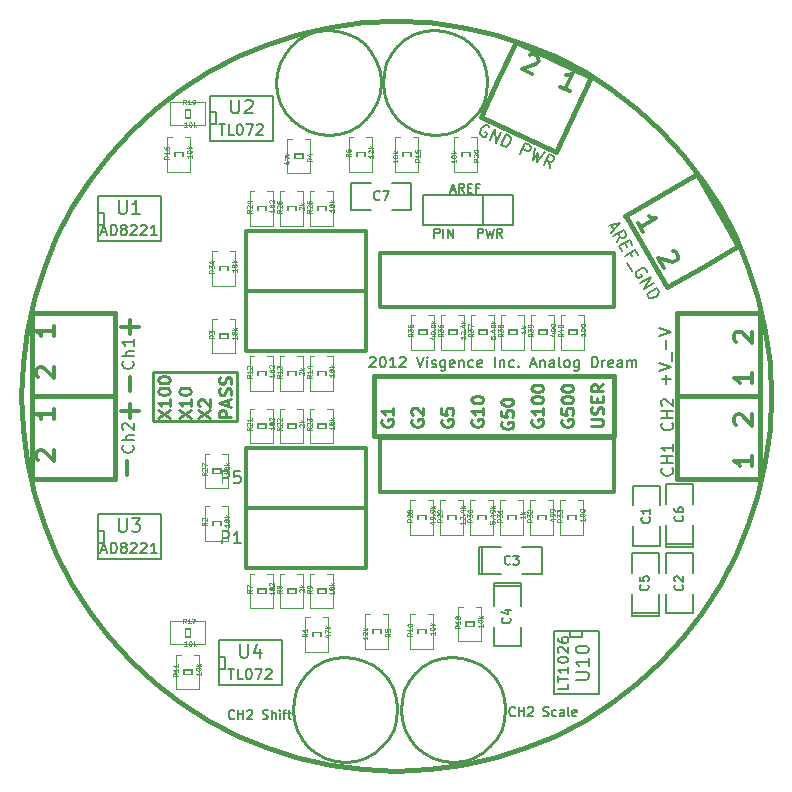
<source format=gto>
G04 (created by PCBNEW-RS274X (2012-01-19 BZR 3256)-stable) date 4/6/2012 2:10:12 AM*
G01*
G70*
G90*
%MOIN*%
G04 Gerber Fmt 3.4, Leading zero omitted, Abs format*
%FSLAX34Y34*%
G04 APERTURE LIST*
%ADD10C,0.006000*%
%ADD11C,0.007500*%
%ADD12C,0.010000*%
%ADD13C,0.005000*%
%ADD14C,0.015000*%
%ADD15C,0.012000*%
%ADD16C,0.002600*%
%ADD17C,0.002000*%
%ADD18C,0.008000*%
%ADD19C,0.003500*%
%ADD20C,0.204000*%
%ADD21C,0.082000*%
%ADD22R,0.022000X0.047000*%
%ADD23R,0.047000X0.022000*%
%ADD24R,0.062000X0.062000*%
%ADD25C,0.062000*%
%ADD26R,0.041300X0.045300*%
%ADD27R,0.045300X0.041300*%
%ADD28R,0.082000X0.062000*%
%ADD29R,0.062000X0.082000*%
G04 APERTURE END LIST*
G54D10*
G54D11*
X23778Y-17221D02*
X23778Y-16921D01*
X23893Y-16921D01*
X23921Y-16936D01*
X23936Y-16950D01*
X23950Y-16979D01*
X23950Y-17021D01*
X23936Y-17050D01*
X23921Y-17064D01*
X23893Y-17079D01*
X23778Y-17079D01*
X24078Y-17221D02*
X24078Y-16921D01*
X24221Y-17221D02*
X24221Y-16921D01*
X24393Y-17221D01*
X24393Y-16921D01*
X25222Y-17221D02*
X25222Y-16921D01*
X25337Y-16921D01*
X25365Y-16936D01*
X25380Y-16950D01*
X25394Y-16979D01*
X25394Y-17021D01*
X25380Y-17050D01*
X25365Y-17064D01*
X25337Y-17079D01*
X25222Y-17079D01*
X25494Y-16921D02*
X25565Y-17221D01*
X25622Y-17007D01*
X25680Y-17221D01*
X25751Y-16921D01*
X26037Y-17221D02*
X25937Y-17079D01*
X25865Y-17221D02*
X25865Y-16921D01*
X25980Y-16921D01*
X26008Y-16936D01*
X26023Y-16950D01*
X26037Y-16979D01*
X26037Y-17021D01*
X26023Y-17050D01*
X26008Y-17064D01*
X25980Y-17079D01*
X25865Y-17079D01*
X24315Y-15636D02*
X24458Y-15636D01*
X24287Y-15721D02*
X24387Y-15421D01*
X24487Y-15721D01*
X24758Y-15721D02*
X24658Y-15579D01*
X24586Y-15721D02*
X24586Y-15421D01*
X24701Y-15421D01*
X24729Y-15436D01*
X24744Y-15450D01*
X24758Y-15479D01*
X24758Y-15521D01*
X24744Y-15550D01*
X24729Y-15564D01*
X24701Y-15579D01*
X24586Y-15579D01*
X24886Y-15564D02*
X24986Y-15564D01*
X25029Y-15721D02*
X24886Y-15721D01*
X24886Y-15421D01*
X25029Y-15421D01*
X25257Y-15564D02*
X25157Y-15564D01*
X25157Y-15721D02*
X25157Y-15421D01*
X25300Y-15421D01*
X26465Y-33143D02*
X26451Y-33157D01*
X26408Y-33171D01*
X26379Y-33171D01*
X26336Y-33157D01*
X26308Y-33129D01*
X26293Y-33100D01*
X26279Y-33043D01*
X26279Y-33000D01*
X26293Y-32943D01*
X26308Y-32914D01*
X26336Y-32886D01*
X26379Y-32871D01*
X26408Y-32871D01*
X26451Y-32886D01*
X26465Y-32900D01*
X26593Y-33171D02*
X26593Y-32871D01*
X26593Y-33014D02*
X26765Y-33014D01*
X26765Y-33171D02*
X26765Y-32871D01*
X26893Y-32900D02*
X26907Y-32886D01*
X26936Y-32871D01*
X27007Y-32871D01*
X27036Y-32886D01*
X27050Y-32900D01*
X27065Y-32929D01*
X27065Y-32957D01*
X27050Y-33000D01*
X26879Y-33171D01*
X27065Y-33171D01*
X27408Y-33157D02*
X27451Y-33171D01*
X27522Y-33171D01*
X27551Y-33157D01*
X27565Y-33143D01*
X27580Y-33114D01*
X27580Y-33086D01*
X27565Y-33057D01*
X27551Y-33043D01*
X27522Y-33029D01*
X27465Y-33014D01*
X27437Y-33000D01*
X27422Y-32986D01*
X27408Y-32957D01*
X27408Y-32929D01*
X27422Y-32900D01*
X27437Y-32886D01*
X27465Y-32871D01*
X27537Y-32871D01*
X27580Y-32886D01*
X27837Y-33157D02*
X27808Y-33171D01*
X27751Y-33171D01*
X27723Y-33157D01*
X27708Y-33143D01*
X27694Y-33114D01*
X27694Y-33029D01*
X27708Y-33000D01*
X27723Y-32986D01*
X27751Y-32971D01*
X27808Y-32971D01*
X27837Y-32986D01*
X28094Y-33171D02*
X28094Y-33014D01*
X28080Y-32986D01*
X28051Y-32971D01*
X27994Y-32971D01*
X27965Y-32986D01*
X28094Y-33157D02*
X28065Y-33171D01*
X27994Y-33171D01*
X27965Y-33157D01*
X27951Y-33129D01*
X27951Y-33100D01*
X27965Y-33071D01*
X27994Y-33057D01*
X28065Y-33057D01*
X28094Y-33043D01*
X28279Y-33171D02*
X28251Y-33157D01*
X28236Y-33129D01*
X28236Y-32871D01*
X28508Y-33157D02*
X28479Y-33171D01*
X28422Y-33171D01*
X28393Y-33157D01*
X28379Y-33129D01*
X28379Y-33014D01*
X28393Y-32986D01*
X28422Y-32971D01*
X28479Y-32971D01*
X28508Y-32986D01*
X28522Y-33014D01*
X28522Y-33043D01*
X28379Y-33071D01*
X17108Y-33243D02*
X17094Y-33257D01*
X17051Y-33271D01*
X17022Y-33271D01*
X16979Y-33257D01*
X16951Y-33229D01*
X16936Y-33200D01*
X16922Y-33143D01*
X16922Y-33100D01*
X16936Y-33043D01*
X16951Y-33014D01*
X16979Y-32986D01*
X17022Y-32971D01*
X17051Y-32971D01*
X17094Y-32986D01*
X17108Y-33000D01*
X17236Y-33271D02*
X17236Y-32971D01*
X17236Y-33114D02*
X17408Y-33114D01*
X17408Y-33271D02*
X17408Y-32971D01*
X17536Y-33000D02*
X17550Y-32986D01*
X17579Y-32971D01*
X17650Y-32971D01*
X17679Y-32986D01*
X17693Y-33000D01*
X17708Y-33029D01*
X17708Y-33057D01*
X17693Y-33100D01*
X17522Y-33271D01*
X17708Y-33271D01*
X18051Y-33257D02*
X18094Y-33271D01*
X18165Y-33271D01*
X18194Y-33257D01*
X18208Y-33243D01*
X18223Y-33214D01*
X18223Y-33186D01*
X18208Y-33157D01*
X18194Y-33143D01*
X18165Y-33129D01*
X18108Y-33114D01*
X18080Y-33100D01*
X18065Y-33086D01*
X18051Y-33057D01*
X18051Y-33029D01*
X18065Y-33000D01*
X18080Y-32986D01*
X18108Y-32971D01*
X18180Y-32971D01*
X18223Y-32986D01*
X18351Y-33271D02*
X18351Y-32971D01*
X18480Y-33271D02*
X18480Y-33114D01*
X18466Y-33086D01*
X18437Y-33071D01*
X18394Y-33071D01*
X18366Y-33086D01*
X18351Y-33100D01*
X18622Y-33271D02*
X18622Y-33071D01*
X18622Y-32971D02*
X18608Y-32986D01*
X18622Y-33000D01*
X18637Y-32986D01*
X18622Y-32971D01*
X18622Y-33000D01*
X18723Y-33071D02*
X18837Y-33071D01*
X18765Y-33271D02*
X18765Y-33014D01*
X18780Y-32986D01*
X18808Y-32971D01*
X18837Y-32971D01*
X18894Y-33071D02*
X19008Y-33071D01*
X18936Y-32971D02*
X18936Y-33229D01*
X18951Y-33257D01*
X18979Y-33271D01*
X19008Y-33271D01*
G54D12*
X17200Y-21700D02*
X17200Y-23350D01*
X14400Y-21700D02*
X17200Y-21700D01*
X14400Y-23350D02*
X14400Y-21700D01*
X17200Y-23350D02*
X14400Y-23350D01*
G54D13*
X21615Y-21225D02*
X21631Y-21208D01*
X21665Y-21192D01*
X21748Y-21192D01*
X21781Y-21208D01*
X21798Y-21225D01*
X21815Y-21258D01*
X21815Y-21292D01*
X21798Y-21342D01*
X21598Y-21542D01*
X21815Y-21542D01*
X22031Y-21192D02*
X22064Y-21192D01*
X22098Y-21208D01*
X22114Y-21225D01*
X22131Y-21258D01*
X22148Y-21325D01*
X22148Y-21408D01*
X22131Y-21475D01*
X22114Y-21508D01*
X22098Y-21525D01*
X22064Y-21542D01*
X22031Y-21542D01*
X21998Y-21525D01*
X21981Y-21508D01*
X21964Y-21475D01*
X21948Y-21408D01*
X21948Y-21325D01*
X21964Y-21258D01*
X21981Y-21225D01*
X21998Y-21208D01*
X22031Y-21192D01*
X22481Y-21542D02*
X22281Y-21542D01*
X22381Y-21542D02*
X22381Y-21192D01*
X22347Y-21242D01*
X22314Y-21275D01*
X22281Y-21292D01*
X22614Y-21225D02*
X22630Y-21208D01*
X22664Y-21192D01*
X22747Y-21192D01*
X22780Y-21208D01*
X22797Y-21225D01*
X22814Y-21258D01*
X22814Y-21292D01*
X22797Y-21342D01*
X22597Y-21542D01*
X22814Y-21542D01*
X23180Y-21192D02*
X23297Y-21542D01*
X23414Y-21192D01*
X23530Y-21542D02*
X23530Y-21308D01*
X23530Y-21192D02*
X23514Y-21208D01*
X23530Y-21225D01*
X23547Y-21208D01*
X23530Y-21192D01*
X23530Y-21225D01*
X23681Y-21525D02*
X23714Y-21542D01*
X23781Y-21542D01*
X23814Y-21525D01*
X23831Y-21492D01*
X23831Y-21475D01*
X23814Y-21442D01*
X23781Y-21425D01*
X23731Y-21425D01*
X23697Y-21408D01*
X23681Y-21375D01*
X23681Y-21358D01*
X23697Y-21325D01*
X23731Y-21308D01*
X23781Y-21308D01*
X23814Y-21325D01*
X24130Y-21308D02*
X24130Y-21592D01*
X24114Y-21625D01*
X24097Y-21642D01*
X24064Y-21658D01*
X24014Y-21658D01*
X23980Y-21642D01*
X24130Y-21525D02*
X24097Y-21542D01*
X24030Y-21542D01*
X23997Y-21525D01*
X23980Y-21508D01*
X23964Y-21475D01*
X23964Y-21375D01*
X23980Y-21342D01*
X23997Y-21325D01*
X24030Y-21308D01*
X24097Y-21308D01*
X24130Y-21325D01*
X24431Y-21525D02*
X24397Y-21542D01*
X24331Y-21542D01*
X24297Y-21525D01*
X24281Y-21492D01*
X24281Y-21358D01*
X24297Y-21325D01*
X24331Y-21308D01*
X24397Y-21308D01*
X24431Y-21325D01*
X24447Y-21358D01*
X24447Y-21392D01*
X24281Y-21425D01*
X24597Y-21308D02*
X24597Y-21542D01*
X24597Y-21342D02*
X24614Y-21325D01*
X24647Y-21308D01*
X24697Y-21308D01*
X24731Y-21325D01*
X24747Y-21358D01*
X24747Y-21542D01*
X25064Y-21525D02*
X25031Y-21542D01*
X24964Y-21542D01*
X24931Y-21525D01*
X24914Y-21508D01*
X24898Y-21475D01*
X24898Y-21375D01*
X24914Y-21342D01*
X24931Y-21325D01*
X24964Y-21308D01*
X25031Y-21308D01*
X25064Y-21325D01*
X25348Y-21525D02*
X25314Y-21542D01*
X25248Y-21542D01*
X25214Y-21525D01*
X25198Y-21492D01*
X25198Y-21358D01*
X25214Y-21325D01*
X25248Y-21308D01*
X25314Y-21308D01*
X25348Y-21325D01*
X25364Y-21358D01*
X25364Y-21392D01*
X25198Y-21425D01*
X25781Y-21542D02*
X25781Y-21192D01*
X25948Y-21308D02*
X25948Y-21542D01*
X25948Y-21342D02*
X25965Y-21325D01*
X25998Y-21308D01*
X26048Y-21308D01*
X26082Y-21325D01*
X26098Y-21358D01*
X26098Y-21542D01*
X26415Y-21525D02*
X26382Y-21542D01*
X26315Y-21542D01*
X26282Y-21525D01*
X26265Y-21508D01*
X26249Y-21475D01*
X26249Y-21375D01*
X26265Y-21342D01*
X26282Y-21325D01*
X26315Y-21308D01*
X26382Y-21308D01*
X26415Y-21325D01*
X26565Y-21508D02*
X26582Y-21525D01*
X26565Y-21542D01*
X26549Y-21525D01*
X26565Y-21508D01*
X26565Y-21542D01*
X26983Y-21442D02*
X27149Y-21442D01*
X26949Y-21542D02*
X27066Y-21192D01*
X27183Y-21542D01*
X27299Y-21308D02*
X27299Y-21542D01*
X27299Y-21342D02*
X27316Y-21325D01*
X27349Y-21308D01*
X27399Y-21308D01*
X27433Y-21325D01*
X27449Y-21358D01*
X27449Y-21542D01*
X27766Y-21542D02*
X27766Y-21358D01*
X27750Y-21325D01*
X27716Y-21308D01*
X27650Y-21308D01*
X27616Y-21325D01*
X27766Y-21525D02*
X27733Y-21542D01*
X27650Y-21542D01*
X27616Y-21525D01*
X27600Y-21492D01*
X27600Y-21458D01*
X27616Y-21425D01*
X27650Y-21408D01*
X27733Y-21408D01*
X27766Y-21392D01*
X27983Y-21542D02*
X27950Y-21525D01*
X27933Y-21492D01*
X27933Y-21192D01*
X28166Y-21542D02*
X28133Y-21525D01*
X28116Y-21508D01*
X28100Y-21475D01*
X28100Y-21375D01*
X28116Y-21342D01*
X28133Y-21325D01*
X28166Y-21308D01*
X28216Y-21308D01*
X28250Y-21325D01*
X28266Y-21342D01*
X28283Y-21375D01*
X28283Y-21475D01*
X28266Y-21508D01*
X28250Y-21525D01*
X28216Y-21542D01*
X28166Y-21542D01*
X28583Y-21308D02*
X28583Y-21592D01*
X28567Y-21625D01*
X28550Y-21642D01*
X28517Y-21658D01*
X28467Y-21658D01*
X28433Y-21642D01*
X28583Y-21525D02*
X28550Y-21542D01*
X28483Y-21542D01*
X28450Y-21525D01*
X28433Y-21508D01*
X28417Y-21475D01*
X28417Y-21375D01*
X28433Y-21342D01*
X28450Y-21325D01*
X28483Y-21308D01*
X28550Y-21308D01*
X28583Y-21325D01*
X29017Y-21542D02*
X29017Y-21192D01*
X29101Y-21192D01*
X29151Y-21208D01*
X29184Y-21242D01*
X29201Y-21275D01*
X29217Y-21342D01*
X29217Y-21392D01*
X29201Y-21458D01*
X29184Y-21492D01*
X29151Y-21525D01*
X29101Y-21542D01*
X29017Y-21542D01*
X29367Y-21542D02*
X29367Y-21308D01*
X29367Y-21375D02*
X29384Y-21342D01*
X29401Y-21325D01*
X29434Y-21308D01*
X29467Y-21308D01*
X29718Y-21525D02*
X29684Y-21542D01*
X29618Y-21542D01*
X29584Y-21525D01*
X29568Y-21492D01*
X29568Y-21358D01*
X29584Y-21325D01*
X29618Y-21308D01*
X29684Y-21308D01*
X29718Y-21325D01*
X29734Y-21358D01*
X29734Y-21392D01*
X29568Y-21425D01*
X30034Y-21542D02*
X30034Y-21358D01*
X30018Y-21325D01*
X29984Y-21308D01*
X29918Y-21308D01*
X29884Y-21325D01*
X30034Y-21525D02*
X30001Y-21542D01*
X29918Y-21542D01*
X29884Y-21525D01*
X29868Y-21492D01*
X29868Y-21458D01*
X29884Y-21425D01*
X29918Y-21408D01*
X30001Y-21408D01*
X30034Y-21392D01*
X30201Y-21542D02*
X30201Y-21308D01*
X30201Y-21342D02*
X30218Y-21325D01*
X30251Y-21308D01*
X30301Y-21308D01*
X30335Y-21325D01*
X30351Y-21358D01*
X30351Y-21542D01*
X30351Y-21358D02*
X30368Y-21325D01*
X30401Y-21308D01*
X30451Y-21308D01*
X30485Y-21325D01*
X30501Y-21358D01*
X30501Y-21542D01*
G54D14*
X10000Y-22500D02*
X10048Y-23589D01*
X10190Y-24670D01*
X10426Y-25735D01*
X10754Y-26775D01*
X11172Y-27782D01*
X11675Y-28749D01*
X12261Y-29669D01*
X12925Y-30534D01*
X13662Y-31338D01*
X14466Y-32075D01*
X15331Y-32739D01*
X16251Y-33325D01*
X17218Y-33828D01*
X18225Y-34246D01*
X19265Y-34574D01*
X20330Y-34810D01*
X21411Y-34952D01*
X22500Y-35000D01*
X22500Y-35000D02*
X23589Y-34952D01*
X24670Y-34810D01*
X25735Y-34574D01*
X26775Y-34246D01*
X27782Y-33828D01*
X28750Y-33325D01*
X29669Y-32739D01*
X30534Y-32075D01*
X31338Y-31338D01*
X32075Y-30534D01*
X32739Y-29669D01*
X33325Y-28749D01*
X33828Y-27782D01*
X34246Y-26775D01*
X34574Y-25735D01*
X34810Y-24670D01*
X34952Y-23589D01*
X35000Y-22500D01*
X35000Y-22500D02*
X34952Y-21411D01*
X34810Y-20330D01*
X34574Y-19265D01*
X34246Y-18225D01*
X33828Y-17218D01*
X33325Y-16251D01*
X32739Y-15331D01*
X32075Y-14466D01*
X31338Y-13662D01*
X30534Y-12925D01*
X29669Y-12261D01*
X28750Y-11675D01*
X27782Y-11172D01*
X26775Y-10754D01*
X25735Y-10426D01*
X24670Y-10190D01*
X23589Y-10048D01*
X22500Y-10000D01*
X22500Y-10000D02*
X21411Y-10048D01*
X20330Y-10190D01*
X19265Y-10426D01*
X18225Y-10754D01*
X17218Y-11172D01*
X16251Y-11675D01*
X15331Y-12261D01*
X14466Y-12925D01*
X13662Y-13662D01*
X12925Y-14466D01*
X12261Y-15331D01*
X11675Y-16251D01*
X11172Y-17218D01*
X10754Y-18225D01*
X10426Y-19265D01*
X10190Y-20330D01*
X10048Y-21411D01*
X10000Y-22500D01*
X21750Y-21850D02*
X23000Y-21850D01*
X21750Y-23850D02*
X21750Y-21850D01*
X29750Y-23850D02*
X21750Y-23850D01*
X29750Y-21850D02*
X29750Y-23850D01*
X22000Y-21850D02*
X29750Y-21850D01*
G54D12*
X22031Y-23295D02*
X22012Y-23333D01*
X22012Y-23390D01*
X22031Y-23448D01*
X22069Y-23486D01*
X22107Y-23505D01*
X22183Y-23524D01*
X22240Y-23524D01*
X22317Y-23505D01*
X22355Y-23486D01*
X22393Y-23448D01*
X22412Y-23390D01*
X22412Y-23352D01*
X22393Y-23295D01*
X22374Y-23276D01*
X22240Y-23276D01*
X22240Y-23352D01*
X22412Y-22895D02*
X22412Y-23124D01*
X22412Y-23010D02*
X22012Y-23010D01*
X22069Y-23048D01*
X22107Y-23086D01*
X22126Y-23124D01*
X23031Y-23295D02*
X23012Y-23333D01*
X23012Y-23390D01*
X23031Y-23448D01*
X23069Y-23486D01*
X23107Y-23505D01*
X23183Y-23524D01*
X23240Y-23524D01*
X23317Y-23505D01*
X23355Y-23486D01*
X23393Y-23448D01*
X23412Y-23390D01*
X23412Y-23352D01*
X23393Y-23295D01*
X23374Y-23276D01*
X23240Y-23276D01*
X23240Y-23352D01*
X23050Y-23124D02*
X23031Y-23105D01*
X23012Y-23067D01*
X23012Y-22971D01*
X23031Y-22933D01*
X23050Y-22914D01*
X23088Y-22895D01*
X23126Y-22895D01*
X23183Y-22914D01*
X23412Y-23143D01*
X23412Y-22895D01*
X24031Y-23295D02*
X24012Y-23333D01*
X24012Y-23390D01*
X24031Y-23448D01*
X24069Y-23486D01*
X24107Y-23505D01*
X24183Y-23524D01*
X24240Y-23524D01*
X24317Y-23505D01*
X24355Y-23486D01*
X24393Y-23448D01*
X24412Y-23390D01*
X24412Y-23352D01*
X24393Y-23295D01*
X24374Y-23276D01*
X24240Y-23276D01*
X24240Y-23352D01*
X24012Y-22914D02*
X24012Y-23105D01*
X24202Y-23124D01*
X24183Y-23105D01*
X24164Y-23067D01*
X24164Y-22971D01*
X24183Y-22933D01*
X24202Y-22914D01*
X24240Y-22895D01*
X24336Y-22895D01*
X24374Y-22914D01*
X24393Y-22933D01*
X24412Y-22971D01*
X24412Y-23067D01*
X24393Y-23105D01*
X24374Y-23124D01*
X25031Y-23295D02*
X25012Y-23333D01*
X25012Y-23390D01*
X25031Y-23448D01*
X25069Y-23486D01*
X25107Y-23505D01*
X25183Y-23524D01*
X25240Y-23524D01*
X25317Y-23505D01*
X25355Y-23486D01*
X25393Y-23448D01*
X25412Y-23390D01*
X25412Y-23352D01*
X25393Y-23295D01*
X25374Y-23276D01*
X25240Y-23276D01*
X25240Y-23352D01*
X25412Y-22895D02*
X25412Y-23124D01*
X25412Y-23010D02*
X25012Y-23010D01*
X25069Y-23048D01*
X25107Y-23086D01*
X25126Y-23124D01*
X25012Y-22648D02*
X25012Y-22609D01*
X25031Y-22571D01*
X25050Y-22552D01*
X25088Y-22533D01*
X25164Y-22514D01*
X25260Y-22514D01*
X25336Y-22533D01*
X25374Y-22552D01*
X25393Y-22571D01*
X25412Y-22609D01*
X25412Y-22648D01*
X25393Y-22686D01*
X25374Y-22705D01*
X25336Y-22724D01*
X25260Y-22743D01*
X25164Y-22743D01*
X25088Y-22724D01*
X25050Y-22705D01*
X25031Y-22686D01*
X25012Y-22648D01*
X26031Y-23376D02*
X26012Y-23414D01*
X26012Y-23471D01*
X26031Y-23529D01*
X26069Y-23567D01*
X26107Y-23586D01*
X26183Y-23605D01*
X26240Y-23605D01*
X26317Y-23586D01*
X26355Y-23567D01*
X26393Y-23529D01*
X26412Y-23471D01*
X26412Y-23433D01*
X26393Y-23376D01*
X26374Y-23357D01*
X26240Y-23357D01*
X26240Y-23433D01*
X26012Y-22995D02*
X26012Y-23186D01*
X26202Y-23205D01*
X26183Y-23186D01*
X26164Y-23148D01*
X26164Y-23052D01*
X26183Y-23014D01*
X26202Y-22995D01*
X26240Y-22976D01*
X26336Y-22976D01*
X26374Y-22995D01*
X26393Y-23014D01*
X26412Y-23052D01*
X26412Y-23148D01*
X26393Y-23186D01*
X26374Y-23205D01*
X26012Y-22729D02*
X26012Y-22690D01*
X26031Y-22652D01*
X26050Y-22633D01*
X26088Y-22614D01*
X26164Y-22595D01*
X26260Y-22595D01*
X26336Y-22614D01*
X26374Y-22633D01*
X26393Y-22652D01*
X26412Y-22690D01*
X26412Y-22729D01*
X26393Y-22767D01*
X26374Y-22786D01*
X26336Y-22805D01*
X26260Y-22824D01*
X26164Y-22824D01*
X26088Y-22805D01*
X26050Y-22786D01*
X26031Y-22767D01*
X26012Y-22729D01*
X27031Y-23295D02*
X27012Y-23333D01*
X27012Y-23390D01*
X27031Y-23448D01*
X27069Y-23486D01*
X27107Y-23505D01*
X27183Y-23524D01*
X27240Y-23524D01*
X27317Y-23505D01*
X27355Y-23486D01*
X27393Y-23448D01*
X27412Y-23390D01*
X27412Y-23352D01*
X27393Y-23295D01*
X27374Y-23276D01*
X27240Y-23276D01*
X27240Y-23352D01*
X27412Y-22895D02*
X27412Y-23124D01*
X27412Y-23010D02*
X27012Y-23010D01*
X27069Y-23048D01*
X27107Y-23086D01*
X27126Y-23124D01*
X27012Y-22648D02*
X27012Y-22609D01*
X27031Y-22571D01*
X27050Y-22552D01*
X27088Y-22533D01*
X27164Y-22514D01*
X27260Y-22514D01*
X27336Y-22533D01*
X27374Y-22552D01*
X27393Y-22571D01*
X27412Y-22609D01*
X27412Y-22648D01*
X27393Y-22686D01*
X27374Y-22705D01*
X27336Y-22724D01*
X27260Y-22743D01*
X27164Y-22743D01*
X27088Y-22724D01*
X27050Y-22705D01*
X27031Y-22686D01*
X27012Y-22648D01*
X27012Y-22267D02*
X27012Y-22228D01*
X27031Y-22190D01*
X27050Y-22171D01*
X27088Y-22152D01*
X27164Y-22133D01*
X27260Y-22133D01*
X27336Y-22152D01*
X27374Y-22171D01*
X27393Y-22190D01*
X27412Y-22228D01*
X27412Y-22267D01*
X27393Y-22305D01*
X27374Y-22324D01*
X27336Y-22343D01*
X27260Y-22362D01*
X27164Y-22362D01*
X27088Y-22343D01*
X27050Y-22324D01*
X27031Y-22305D01*
X27012Y-22267D01*
X28031Y-23295D02*
X28012Y-23333D01*
X28012Y-23390D01*
X28031Y-23448D01*
X28069Y-23486D01*
X28107Y-23505D01*
X28183Y-23524D01*
X28240Y-23524D01*
X28317Y-23505D01*
X28355Y-23486D01*
X28393Y-23448D01*
X28412Y-23390D01*
X28412Y-23352D01*
X28393Y-23295D01*
X28374Y-23276D01*
X28240Y-23276D01*
X28240Y-23352D01*
X28012Y-22914D02*
X28012Y-23105D01*
X28202Y-23124D01*
X28183Y-23105D01*
X28164Y-23067D01*
X28164Y-22971D01*
X28183Y-22933D01*
X28202Y-22914D01*
X28240Y-22895D01*
X28336Y-22895D01*
X28374Y-22914D01*
X28393Y-22933D01*
X28412Y-22971D01*
X28412Y-23067D01*
X28393Y-23105D01*
X28374Y-23124D01*
X28012Y-22648D02*
X28012Y-22609D01*
X28031Y-22571D01*
X28050Y-22552D01*
X28088Y-22533D01*
X28164Y-22514D01*
X28260Y-22514D01*
X28336Y-22533D01*
X28374Y-22552D01*
X28393Y-22571D01*
X28412Y-22609D01*
X28412Y-22648D01*
X28393Y-22686D01*
X28374Y-22705D01*
X28336Y-22724D01*
X28260Y-22743D01*
X28164Y-22743D01*
X28088Y-22724D01*
X28050Y-22705D01*
X28031Y-22686D01*
X28012Y-22648D01*
X28012Y-22267D02*
X28012Y-22228D01*
X28031Y-22190D01*
X28050Y-22171D01*
X28088Y-22152D01*
X28164Y-22133D01*
X28260Y-22133D01*
X28336Y-22152D01*
X28374Y-22171D01*
X28393Y-22190D01*
X28412Y-22228D01*
X28412Y-22267D01*
X28393Y-22305D01*
X28374Y-22324D01*
X28336Y-22343D01*
X28260Y-22362D01*
X28164Y-22362D01*
X28088Y-22343D01*
X28050Y-22324D01*
X28031Y-22305D01*
X28012Y-22267D01*
X29012Y-23505D02*
X29336Y-23505D01*
X29374Y-23486D01*
X29393Y-23467D01*
X29412Y-23429D01*
X29412Y-23352D01*
X29393Y-23314D01*
X29374Y-23295D01*
X29336Y-23276D01*
X29012Y-23276D01*
X29393Y-23105D02*
X29412Y-23048D01*
X29412Y-22952D01*
X29393Y-22914D01*
X29374Y-22895D01*
X29336Y-22876D01*
X29298Y-22876D01*
X29260Y-22895D01*
X29240Y-22914D01*
X29221Y-22952D01*
X29202Y-23029D01*
X29183Y-23067D01*
X29164Y-23086D01*
X29126Y-23105D01*
X29088Y-23105D01*
X29050Y-23086D01*
X29031Y-23067D01*
X29012Y-23029D01*
X29012Y-22933D01*
X29031Y-22876D01*
X29202Y-22705D02*
X29202Y-22571D01*
X29412Y-22514D02*
X29412Y-22705D01*
X29012Y-22705D01*
X29012Y-22514D01*
X29412Y-22114D02*
X29221Y-22248D01*
X29412Y-22343D02*
X29012Y-22343D01*
X29012Y-22190D01*
X29031Y-22152D01*
X29050Y-22133D01*
X29088Y-22114D01*
X29145Y-22114D01*
X29183Y-22133D01*
X29202Y-22152D01*
X29221Y-22190D01*
X29221Y-22343D01*
G54D15*
X13519Y-25128D02*
X13519Y-24671D01*
X13619Y-23228D02*
X13619Y-22771D01*
X13924Y-23000D02*
X13314Y-23000D01*
X13619Y-20428D02*
X13619Y-19971D01*
X13924Y-20200D02*
X13314Y-20200D01*
X13619Y-22328D02*
X13619Y-21871D01*
G54D12*
X14562Y-23243D02*
X14962Y-22976D01*
X14562Y-22976D02*
X14962Y-23243D01*
X14962Y-22614D02*
X14962Y-22843D01*
X14962Y-22729D02*
X14562Y-22729D01*
X14619Y-22767D01*
X14657Y-22805D01*
X14676Y-22843D01*
X14562Y-22367D02*
X14562Y-22328D01*
X14581Y-22290D01*
X14600Y-22271D01*
X14638Y-22252D01*
X14714Y-22233D01*
X14810Y-22233D01*
X14886Y-22252D01*
X14924Y-22271D01*
X14943Y-22290D01*
X14962Y-22328D01*
X14962Y-22367D01*
X14943Y-22405D01*
X14924Y-22424D01*
X14886Y-22443D01*
X14810Y-22462D01*
X14714Y-22462D01*
X14638Y-22443D01*
X14600Y-22424D01*
X14581Y-22405D01*
X14562Y-22367D01*
X14562Y-21986D02*
X14562Y-21947D01*
X14581Y-21909D01*
X14600Y-21890D01*
X14638Y-21871D01*
X14714Y-21852D01*
X14810Y-21852D01*
X14886Y-21871D01*
X14924Y-21890D01*
X14943Y-21909D01*
X14962Y-21947D01*
X14962Y-21986D01*
X14943Y-22024D01*
X14924Y-22043D01*
X14886Y-22062D01*
X14810Y-22081D01*
X14714Y-22081D01*
X14638Y-22062D01*
X14600Y-22043D01*
X14581Y-22024D01*
X14562Y-21986D01*
X15262Y-23243D02*
X15662Y-22976D01*
X15262Y-22976D02*
X15662Y-23243D01*
X15662Y-22614D02*
X15662Y-22843D01*
X15662Y-22729D02*
X15262Y-22729D01*
X15319Y-22767D01*
X15357Y-22805D01*
X15376Y-22843D01*
X15262Y-22367D02*
X15262Y-22328D01*
X15281Y-22290D01*
X15300Y-22271D01*
X15338Y-22252D01*
X15414Y-22233D01*
X15510Y-22233D01*
X15586Y-22252D01*
X15624Y-22271D01*
X15643Y-22290D01*
X15662Y-22328D01*
X15662Y-22367D01*
X15643Y-22405D01*
X15624Y-22424D01*
X15586Y-22443D01*
X15510Y-22462D01*
X15414Y-22462D01*
X15338Y-22443D01*
X15300Y-22424D01*
X15281Y-22405D01*
X15262Y-22367D01*
X15912Y-23243D02*
X16312Y-22976D01*
X15912Y-22976D02*
X16312Y-23243D01*
X15950Y-22843D02*
X15931Y-22824D01*
X15912Y-22786D01*
X15912Y-22690D01*
X15931Y-22652D01*
X15950Y-22633D01*
X15988Y-22614D01*
X16026Y-22614D01*
X16083Y-22633D01*
X16312Y-22862D01*
X16312Y-22614D01*
X17012Y-23205D02*
X16612Y-23205D01*
X16612Y-23052D01*
X16631Y-23014D01*
X16650Y-22995D01*
X16688Y-22976D01*
X16745Y-22976D01*
X16783Y-22995D01*
X16802Y-23014D01*
X16821Y-23052D01*
X16821Y-23205D01*
X16898Y-22824D02*
X16898Y-22633D01*
X17012Y-22862D02*
X16612Y-22729D01*
X17012Y-22595D01*
X16993Y-22481D02*
X17012Y-22424D01*
X17012Y-22328D01*
X16993Y-22290D01*
X16974Y-22271D01*
X16936Y-22252D01*
X16898Y-22252D01*
X16860Y-22271D01*
X16840Y-22290D01*
X16821Y-22328D01*
X16802Y-22405D01*
X16783Y-22443D01*
X16764Y-22462D01*
X16726Y-22481D01*
X16688Y-22481D01*
X16650Y-22462D01*
X16631Y-22443D01*
X16612Y-22405D01*
X16612Y-22309D01*
X16631Y-22252D01*
X16993Y-22100D02*
X17012Y-22043D01*
X17012Y-21947D01*
X16993Y-21909D01*
X16974Y-21890D01*
X16936Y-21871D01*
X16898Y-21871D01*
X16860Y-21890D01*
X16840Y-21909D01*
X16821Y-21947D01*
X16802Y-22024D01*
X16783Y-22062D01*
X16764Y-22081D01*
X16726Y-22100D01*
X16688Y-22100D01*
X16650Y-22081D01*
X16631Y-22062D01*
X16612Y-22024D01*
X16612Y-21928D01*
X16631Y-21871D01*
G54D14*
X11750Y-25258D02*
X10372Y-25258D01*
X10372Y-25258D02*
X10372Y-22600D01*
X10372Y-22600D02*
X10372Y-22502D01*
X10372Y-22502D02*
X13128Y-22502D01*
X13128Y-22502D02*
X13128Y-25258D01*
X13128Y-25258D02*
X11750Y-25258D01*
X11750Y-22498D02*
X10372Y-22498D01*
X10372Y-22498D02*
X10372Y-19840D01*
X10372Y-19840D02*
X10372Y-19742D01*
X10372Y-19742D02*
X13128Y-19742D01*
X13128Y-19742D02*
X13128Y-22498D01*
X13128Y-22498D02*
X11750Y-22498D01*
X25900Y-11948D02*
X26482Y-10699D01*
X26482Y-10699D02*
X28891Y-11822D01*
X28891Y-11822D02*
X28980Y-11863D01*
X28980Y-11863D02*
X27816Y-14361D01*
X27816Y-14361D02*
X25318Y-13197D01*
X25318Y-13197D02*
X25900Y-11948D01*
X33250Y-22502D02*
X34628Y-22502D01*
X34628Y-22502D02*
X34628Y-25160D01*
X34628Y-25160D02*
X34628Y-25258D01*
X34628Y-25258D02*
X31872Y-25258D01*
X31872Y-25258D02*
X31872Y-22502D01*
X31872Y-22502D02*
X33250Y-22502D01*
G54D13*
X12550Y-17300D02*
X12550Y-17350D01*
X12550Y-17350D02*
X14650Y-17350D01*
X14650Y-15850D02*
X12550Y-15850D01*
X12550Y-15850D02*
X12550Y-17300D01*
X12550Y-16400D02*
X12750Y-16400D01*
X12750Y-16400D02*
X12750Y-16800D01*
X12750Y-16800D02*
X12550Y-16800D01*
X14650Y-15850D02*
X14650Y-17350D01*
X16300Y-13950D02*
X16300Y-14000D01*
X16300Y-14000D02*
X18400Y-14000D01*
X18400Y-12500D02*
X16300Y-12500D01*
X16300Y-12500D02*
X16300Y-13950D01*
X16300Y-13050D02*
X16500Y-13050D01*
X16500Y-13050D02*
X16500Y-13450D01*
X16500Y-13450D02*
X16300Y-13450D01*
X18400Y-12500D02*
X18400Y-14000D01*
X12550Y-27900D02*
X12550Y-27950D01*
X12550Y-27950D02*
X14650Y-27950D01*
X14650Y-26450D02*
X12550Y-26450D01*
X12550Y-26450D02*
X12550Y-27900D01*
X12550Y-27000D02*
X12750Y-27000D01*
X12750Y-27000D02*
X12750Y-27400D01*
X12750Y-27400D02*
X12550Y-27400D01*
X14650Y-26450D02*
X14650Y-27950D01*
X16600Y-32100D02*
X16600Y-32150D01*
X16600Y-32150D02*
X18700Y-32150D01*
X18700Y-30650D02*
X16600Y-30650D01*
X16600Y-30650D02*
X16600Y-32100D01*
X16600Y-31200D02*
X16800Y-31200D01*
X16800Y-31200D02*
X16800Y-31600D01*
X16800Y-31600D02*
X16600Y-31600D01*
X18700Y-30650D02*
X18700Y-32150D01*
X27800Y-30350D02*
X27750Y-30350D01*
X27750Y-30350D02*
X27750Y-32450D01*
X29250Y-32450D02*
X29250Y-30350D01*
X29250Y-30350D02*
X27800Y-30350D01*
X28700Y-30350D02*
X28700Y-30550D01*
X28700Y-30550D02*
X28300Y-30550D01*
X28300Y-30550D02*
X28300Y-30350D01*
X29250Y-32450D02*
X27750Y-32450D01*
G54D15*
X29750Y-23900D02*
X29750Y-25700D01*
X29750Y-25700D02*
X21950Y-25700D01*
X21950Y-25700D02*
X21950Y-23900D01*
X21950Y-23900D02*
X29750Y-23900D01*
X29775Y-17725D02*
X29775Y-19525D01*
X29775Y-19525D02*
X21975Y-19525D01*
X21975Y-19525D02*
X21975Y-17725D01*
X21975Y-17725D02*
X29775Y-17725D01*
X17500Y-26250D02*
X21500Y-26250D01*
X21500Y-26250D02*
X21500Y-28250D01*
X21500Y-28250D02*
X17500Y-28250D01*
X17500Y-28250D02*
X17500Y-26250D01*
X17500Y-19000D02*
X21500Y-19000D01*
X21500Y-19000D02*
X21500Y-21000D01*
X21500Y-21000D02*
X17500Y-21000D01*
X17500Y-21000D02*
X17500Y-19000D01*
X17500Y-24250D02*
X21500Y-24250D01*
X21500Y-24250D02*
X21500Y-26250D01*
X21500Y-26250D02*
X17500Y-26250D01*
X17500Y-26250D02*
X17500Y-24250D01*
X17500Y-17000D02*
X21500Y-17000D01*
X21500Y-17000D02*
X21500Y-19000D01*
X21500Y-19000D02*
X17500Y-19000D01*
X17500Y-19000D02*
X17500Y-17000D01*
G54D16*
X19968Y-30528D02*
X19968Y-30372D01*
X19968Y-30372D02*
X19732Y-30372D01*
X19732Y-30528D02*
X19732Y-30372D01*
X19968Y-30528D02*
X19732Y-30528D01*
X20000Y-30540D02*
X20000Y-30360D01*
X20000Y-30360D02*
X19700Y-30360D01*
X19700Y-30540D02*
X19700Y-30360D01*
X20000Y-30540D02*
X19700Y-30540D01*
G54D17*
X19463Y-31029D02*
X19463Y-29871D01*
X19463Y-29871D02*
X20237Y-29871D01*
X20237Y-29871D02*
X20237Y-31029D01*
X20237Y-31029D02*
X19463Y-31029D01*
G54D16*
X16618Y-26828D02*
X16618Y-26672D01*
X16618Y-26672D02*
X16382Y-26672D01*
X16382Y-26828D02*
X16382Y-26672D01*
X16618Y-26828D02*
X16382Y-26828D01*
X16650Y-26840D02*
X16650Y-26660D01*
X16650Y-26660D02*
X16350Y-26660D01*
X16350Y-26840D02*
X16350Y-26660D01*
X16650Y-26840D02*
X16350Y-26840D01*
G54D17*
X16113Y-27329D02*
X16113Y-26171D01*
X16113Y-26171D02*
X16887Y-26171D01*
X16887Y-26171D02*
X16887Y-27329D01*
X16887Y-27329D02*
X16113Y-27329D01*
G54D16*
X16868Y-20578D02*
X16868Y-20422D01*
X16868Y-20422D02*
X16632Y-20422D01*
X16632Y-20578D02*
X16632Y-20422D01*
X16868Y-20578D02*
X16632Y-20578D01*
X16900Y-20590D02*
X16900Y-20410D01*
X16900Y-20410D02*
X16600Y-20410D01*
X16600Y-20590D02*
X16600Y-20410D01*
X16900Y-20590D02*
X16600Y-20590D01*
G54D17*
X16363Y-21079D02*
X16363Y-19921D01*
X16363Y-19921D02*
X17137Y-19921D01*
X17137Y-19921D02*
X17137Y-21079D01*
X17137Y-21079D02*
X16363Y-21079D01*
G54D16*
X19132Y-14422D02*
X19132Y-14578D01*
X19132Y-14578D02*
X19368Y-14578D01*
X19368Y-14422D02*
X19368Y-14578D01*
X19132Y-14422D02*
X19368Y-14422D01*
X19100Y-14410D02*
X19100Y-14590D01*
X19100Y-14590D02*
X19400Y-14590D01*
X19400Y-14410D02*
X19400Y-14590D01*
X19100Y-14410D02*
X19400Y-14410D01*
G54D17*
X19637Y-13921D02*
X19637Y-15079D01*
X19637Y-15079D02*
X18863Y-15079D01*
X18863Y-15079D02*
X18863Y-13921D01*
X18863Y-13921D02*
X19637Y-13921D01*
G54D16*
X21732Y-30272D02*
X21732Y-30428D01*
X21732Y-30428D02*
X21968Y-30428D01*
X21968Y-30272D02*
X21968Y-30428D01*
X21732Y-30272D02*
X21968Y-30272D01*
X21700Y-30260D02*
X21700Y-30440D01*
X21700Y-30440D02*
X22000Y-30440D01*
X22000Y-30260D02*
X22000Y-30440D01*
X21700Y-30260D02*
X22000Y-30260D01*
G54D17*
X22237Y-29771D02*
X22237Y-30929D01*
X22237Y-30929D02*
X21463Y-30929D01*
X21463Y-30929D02*
X21463Y-29771D01*
X21463Y-29771D02*
X22237Y-29771D01*
G54D16*
X21418Y-14528D02*
X21418Y-14372D01*
X21418Y-14372D02*
X21182Y-14372D01*
X21182Y-14528D02*
X21182Y-14372D01*
X21418Y-14528D02*
X21182Y-14528D01*
X21450Y-14540D02*
X21450Y-14360D01*
X21450Y-14360D02*
X21150Y-14360D01*
X21150Y-14540D02*
X21150Y-14360D01*
X21450Y-14540D02*
X21150Y-14540D01*
G54D17*
X20913Y-15029D02*
X20913Y-13871D01*
X20913Y-13871D02*
X21687Y-13871D01*
X21687Y-13871D02*
X21687Y-15029D01*
X21687Y-15029D02*
X20913Y-15029D01*
G54D16*
X18118Y-29078D02*
X18118Y-28922D01*
X18118Y-28922D02*
X17882Y-28922D01*
X17882Y-29078D02*
X17882Y-28922D01*
X18118Y-29078D02*
X17882Y-29078D01*
X18150Y-29090D02*
X18150Y-28910D01*
X18150Y-28910D02*
X17850Y-28910D01*
X17850Y-29090D02*
X17850Y-28910D01*
X18150Y-29090D02*
X17850Y-29090D01*
G54D17*
X17613Y-29579D02*
X17613Y-28421D01*
X17613Y-28421D02*
X18387Y-28421D01*
X18387Y-28421D02*
X18387Y-29579D01*
X18387Y-29579D02*
X17613Y-29579D01*
G54D16*
X19118Y-29078D02*
X19118Y-28922D01*
X19118Y-28922D02*
X18882Y-28922D01*
X18882Y-29078D02*
X18882Y-28922D01*
X19118Y-29078D02*
X18882Y-29078D01*
X19150Y-29090D02*
X19150Y-28910D01*
X19150Y-28910D02*
X18850Y-28910D01*
X18850Y-29090D02*
X18850Y-28910D01*
X19150Y-29090D02*
X18850Y-29090D01*
G54D17*
X18613Y-29579D02*
X18613Y-28421D01*
X18613Y-28421D02*
X19387Y-28421D01*
X19387Y-28421D02*
X19387Y-29579D01*
X19387Y-29579D02*
X18613Y-29579D01*
G54D16*
X20118Y-29078D02*
X20118Y-28922D01*
X20118Y-28922D02*
X19882Y-28922D01*
X19882Y-29078D02*
X19882Y-28922D01*
X20118Y-29078D02*
X19882Y-29078D01*
X20150Y-29090D02*
X20150Y-28910D01*
X20150Y-28910D02*
X19850Y-28910D01*
X19850Y-29090D02*
X19850Y-28910D01*
X20150Y-29090D02*
X19850Y-29090D01*
G54D17*
X19613Y-29579D02*
X19613Y-28421D01*
X19613Y-28421D02*
X20387Y-28421D01*
X20387Y-28421D02*
X20387Y-29579D01*
X20387Y-29579D02*
X19613Y-29579D01*
G54D16*
X23468Y-30428D02*
X23468Y-30272D01*
X23468Y-30272D02*
X23232Y-30272D01*
X23232Y-30428D02*
X23232Y-30272D01*
X23468Y-30428D02*
X23232Y-30428D01*
X23500Y-30440D02*
X23500Y-30260D01*
X23500Y-30260D02*
X23200Y-30260D01*
X23200Y-30440D02*
X23200Y-30260D01*
X23500Y-30440D02*
X23200Y-30440D01*
G54D17*
X22963Y-30929D02*
X22963Y-29771D01*
X22963Y-29771D02*
X23737Y-29771D01*
X23737Y-29771D02*
X23737Y-30929D01*
X23737Y-30929D02*
X22963Y-30929D01*
G54D16*
X15668Y-31778D02*
X15668Y-31622D01*
X15668Y-31622D02*
X15432Y-31622D01*
X15432Y-31778D02*
X15432Y-31622D01*
X15668Y-31778D02*
X15432Y-31778D01*
X15700Y-31790D02*
X15700Y-31610D01*
X15700Y-31610D02*
X15400Y-31610D01*
X15400Y-31790D02*
X15400Y-31610D01*
X15700Y-31790D02*
X15400Y-31790D01*
G54D17*
X15163Y-32279D02*
X15163Y-31121D01*
X15163Y-31121D02*
X15937Y-31121D01*
X15937Y-31121D02*
X15937Y-32279D01*
X15937Y-32279D02*
X15163Y-32279D01*
G54D16*
X18118Y-21828D02*
X18118Y-21672D01*
X18118Y-21672D02*
X17882Y-21672D01*
X17882Y-21828D02*
X17882Y-21672D01*
X18118Y-21828D02*
X17882Y-21828D01*
X18150Y-21840D02*
X18150Y-21660D01*
X18150Y-21660D02*
X17850Y-21660D01*
X17850Y-21840D02*
X17850Y-21660D01*
X18150Y-21840D02*
X17850Y-21840D01*
G54D17*
X17613Y-22329D02*
X17613Y-21171D01*
X17613Y-21171D02*
X18387Y-21171D01*
X18387Y-21171D02*
X18387Y-22329D01*
X18387Y-22329D02*
X17613Y-22329D01*
G54D16*
X16868Y-18328D02*
X16868Y-18172D01*
X16868Y-18172D02*
X16632Y-18172D01*
X16632Y-18328D02*
X16632Y-18172D01*
X16868Y-18328D02*
X16632Y-18328D01*
X16900Y-18340D02*
X16900Y-18160D01*
X16900Y-18160D02*
X16600Y-18160D01*
X16600Y-18340D02*
X16600Y-18160D01*
X16900Y-18340D02*
X16600Y-18340D01*
G54D17*
X16363Y-18829D02*
X16363Y-17671D01*
X16363Y-17671D02*
X17137Y-17671D01*
X17137Y-17671D02*
X17137Y-18829D01*
X17137Y-18829D02*
X16363Y-18829D01*
G54D16*
X28468Y-26628D02*
X28468Y-26472D01*
X28468Y-26472D02*
X28232Y-26472D01*
X28232Y-26628D02*
X28232Y-26472D01*
X28468Y-26628D02*
X28232Y-26628D01*
X28500Y-26640D02*
X28500Y-26460D01*
X28500Y-26460D02*
X28200Y-26460D01*
X28200Y-26640D02*
X28200Y-26460D01*
X28500Y-26640D02*
X28200Y-26640D01*
G54D17*
X27963Y-27129D02*
X27963Y-25971D01*
X27963Y-25971D02*
X28737Y-25971D01*
X28737Y-25971D02*
X28737Y-27129D01*
X28737Y-27129D02*
X27963Y-27129D01*
G54D16*
X27468Y-26628D02*
X27468Y-26472D01*
X27468Y-26472D02*
X27232Y-26472D01*
X27232Y-26628D02*
X27232Y-26472D01*
X27468Y-26628D02*
X27232Y-26628D01*
X27500Y-26640D02*
X27500Y-26460D01*
X27500Y-26460D02*
X27200Y-26460D01*
X27200Y-26640D02*
X27200Y-26460D01*
X27500Y-26640D02*
X27200Y-26640D01*
G54D17*
X26963Y-27129D02*
X26963Y-25971D01*
X26963Y-25971D02*
X27737Y-25971D01*
X27737Y-25971D02*
X27737Y-27129D01*
X27737Y-27129D02*
X26963Y-27129D01*
G54D16*
X26468Y-26628D02*
X26468Y-26472D01*
X26468Y-26472D02*
X26232Y-26472D01*
X26232Y-26628D02*
X26232Y-26472D01*
X26468Y-26628D02*
X26232Y-26628D01*
X26500Y-26640D02*
X26500Y-26460D01*
X26500Y-26460D02*
X26200Y-26460D01*
X26200Y-26640D02*
X26200Y-26460D01*
X26500Y-26640D02*
X26200Y-26640D01*
G54D17*
X25963Y-27129D02*
X25963Y-25971D01*
X25963Y-25971D02*
X26737Y-25971D01*
X26737Y-25971D02*
X26737Y-27129D01*
X26737Y-27129D02*
X25963Y-27129D01*
G54D16*
X25468Y-26628D02*
X25468Y-26472D01*
X25468Y-26472D02*
X25232Y-26472D01*
X25232Y-26628D02*
X25232Y-26472D01*
X25468Y-26628D02*
X25232Y-26628D01*
X25500Y-26640D02*
X25500Y-26460D01*
X25500Y-26460D02*
X25200Y-26460D01*
X25200Y-26640D02*
X25200Y-26460D01*
X25500Y-26640D02*
X25200Y-26640D01*
G54D17*
X24963Y-27129D02*
X24963Y-25971D01*
X24963Y-25971D02*
X25737Y-25971D01*
X25737Y-25971D02*
X25737Y-27129D01*
X25737Y-27129D02*
X24963Y-27129D01*
G54D16*
X24468Y-26628D02*
X24468Y-26472D01*
X24468Y-26472D02*
X24232Y-26472D01*
X24232Y-26628D02*
X24232Y-26472D01*
X24468Y-26628D02*
X24232Y-26628D01*
X24500Y-26640D02*
X24500Y-26460D01*
X24500Y-26460D02*
X24200Y-26460D01*
X24200Y-26640D02*
X24200Y-26460D01*
X24500Y-26640D02*
X24200Y-26640D01*
G54D17*
X23963Y-27129D02*
X23963Y-25971D01*
X23963Y-25971D02*
X24737Y-25971D01*
X24737Y-25971D02*
X24737Y-27129D01*
X24737Y-27129D02*
X23963Y-27129D01*
G54D16*
X23468Y-26628D02*
X23468Y-26472D01*
X23468Y-26472D02*
X23232Y-26472D01*
X23232Y-26628D02*
X23232Y-26472D01*
X23468Y-26628D02*
X23232Y-26628D01*
X23500Y-26640D02*
X23500Y-26460D01*
X23500Y-26460D02*
X23200Y-26460D01*
X23200Y-26640D02*
X23200Y-26460D01*
X23500Y-26640D02*
X23200Y-26640D01*
G54D17*
X22963Y-27129D02*
X22963Y-25971D01*
X22963Y-25971D02*
X23737Y-25971D01*
X23737Y-25971D02*
X23737Y-27129D01*
X23737Y-27129D02*
X22963Y-27129D01*
G54D16*
X16618Y-25078D02*
X16618Y-24922D01*
X16618Y-24922D02*
X16382Y-24922D01*
X16382Y-25078D02*
X16382Y-24922D01*
X16618Y-25078D02*
X16382Y-25078D01*
X16650Y-25090D02*
X16650Y-24910D01*
X16650Y-24910D02*
X16350Y-24910D01*
X16350Y-25090D02*
X16350Y-24910D01*
X16650Y-25090D02*
X16350Y-25090D01*
G54D17*
X16113Y-25579D02*
X16113Y-24421D01*
X16113Y-24421D02*
X16887Y-24421D01*
X16887Y-24421D02*
X16887Y-25579D01*
X16887Y-25579D02*
X16113Y-25579D01*
G54D16*
X20118Y-16328D02*
X20118Y-16172D01*
X20118Y-16172D02*
X19882Y-16172D01*
X19882Y-16328D02*
X19882Y-16172D01*
X20118Y-16328D02*
X19882Y-16328D01*
X20150Y-16340D02*
X20150Y-16160D01*
X20150Y-16160D02*
X19850Y-16160D01*
X19850Y-16340D02*
X19850Y-16160D01*
X20150Y-16340D02*
X19850Y-16340D01*
G54D17*
X19613Y-16829D02*
X19613Y-15671D01*
X19613Y-15671D02*
X20387Y-15671D01*
X20387Y-15671D02*
X20387Y-16829D01*
X20387Y-16829D02*
X19613Y-16829D01*
G54D16*
X19118Y-16328D02*
X19118Y-16172D01*
X19118Y-16172D02*
X18882Y-16172D01*
X18882Y-16328D02*
X18882Y-16172D01*
X19118Y-16328D02*
X18882Y-16328D01*
X19150Y-16340D02*
X19150Y-16160D01*
X19150Y-16160D02*
X18850Y-16160D01*
X18850Y-16340D02*
X18850Y-16160D01*
X19150Y-16340D02*
X18850Y-16340D01*
G54D17*
X18613Y-16829D02*
X18613Y-15671D01*
X18613Y-15671D02*
X19387Y-15671D01*
X19387Y-15671D02*
X19387Y-16829D01*
X19387Y-16829D02*
X18613Y-16829D01*
G54D16*
X18118Y-16328D02*
X18118Y-16172D01*
X18118Y-16172D02*
X17882Y-16172D01*
X17882Y-16328D02*
X17882Y-16172D01*
X18118Y-16328D02*
X17882Y-16328D01*
X18150Y-16340D02*
X18150Y-16160D01*
X18150Y-16160D02*
X17850Y-16160D01*
X17850Y-16340D02*
X17850Y-16160D01*
X18150Y-16340D02*
X17850Y-16340D01*
G54D17*
X17613Y-16829D02*
X17613Y-15671D01*
X17613Y-15671D02*
X18387Y-15671D01*
X18387Y-15671D02*
X18387Y-16829D01*
X18387Y-16829D02*
X17613Y-16829D01*
G54D16*
X20118Y-23578D02*
X20118Y-23422D01*
X20118Y-23422D02*
X19882Y-23422D01*
X19882Y-23578D02*
X19882Y-23422D01*
X20118Y-23578D02*
X19882Y-23578D01*
X20150Y-23590D02*
X20150Y-23410D01*
X20150Y-23410D02*
X19850Y-23410D01*
X19850Y-23590D02*
X19850Y-23410D01*
X20150Y-23590D02*
X19850Y-23590D01*
G54D17*
X19613Y-24079D02*
X19613Y-22921D01*
X19613Y-22921D02*
X20387Y-22921D01*
X20387Y-22921D02*
X20387Y-24079D01*
X20387Y-24079D02*
X19613Y-24079D01*
G54D16*
X19118Y-23578D02*
X19118Y-23422D01*
X19118Y-23422D02*
X18882Y-23422D01*
X18882Y-23578D02*
X18882Y-23422D01*
X19118Y-23578D02*
X18882Y-23578D01*
X19150Y-23590D02*
X19150Y-23410D01*
X19150Y-23410D02*
X18850Y-23410D01*
X18850Y-23590D02*
X18850Y-23410D01*
X19150Y-23590D02*
X18850Y-23590D01*
G54D17*
X18613Y-24079D02*
X18613Y-22921D01*
X18613Y-22921D02*
X19387Y-22921D01*
X19387Y-22921D02*
X19387Y-24079D01*
X19387Y-24079D02*
X18613Y-24079D01*
G54D16*
X18118Y-23578D02*
X18118Y-23422D01*
X18118Y-23422D02*
X17882Y-23422D01*
X17882Y-23578D02*
X17882Y-23422D01*
X18118Y-23578D02*
X17882Y-23578D01*
X18150Y-23590D02*
X18150Y-23410D01*
X18150Y-23410D02*
X17850Y-23410D01*
X17850Y-23590D02*
X17850Y-23410D01*
X18150Y-23590D02*
X17850Y-23590D01*
G54D17*
X17613Y-24079D02*
X17613Y-22921D01*
X17613Y-22921D02*
X18387Y-22921D01*
X18387Y-22921D02*
X18387Y-24079D01*
X18387Y-24079D02*
X17613Y-24079D01*
G54D16*
X24682Y-14372D02*
X24682Y-14528D01*
X24682Y-14528D02*
X24918Y-14528D01*
X24918Y-14372D02*
X24918Y-14528D01*
X24682Y-14372D02*
X24918Y-14372D01*
X24650Y-14360D02*
X24650Y-14540D01*
X24650Y-14540D02*
X24950Y-14540D01*
X24950Y-14360D02*
X24950Y-14540D01*
X24650Y-14360D02*
X24950Y-14360D01*
G54D17*
X25187Y-13871D02*
X25187Y-15029D01*
X25187Y-15029D02*
X24413Y-15029D01*
X24413Y-15029D02*
X24413Y-13871D01*
X24413Y-13871D02*
X25187Y-13871D01*
G54D16*
X15472Y-13218D02*
X15628Y-13218D01*
X15628Y-13218D02*
X15628Y-12982D01*
X15472Y-12982D02*
X15628Y-12982D01*
X15472Y-13218D02*
X15472Y-12982D01*
X15460Y-13250D02*
X15640Y-13250D01*
X15640Y-13250D02*
X15640Y-12950D01*
X15460Y-12950D02*
X15640Y-12950D01*
X15460Y-13250D02*
X15460Y-12950D01*
G54D17*
X14971Y-12713D02*
X16129Y-12713D01*
X16129Y-12713D02*
X16129Y-13487D01*
X16129Y-13487D02*
X14971Y-13487D01*
X14971Y-13487D02*
X14971Y-12713D01*
G54D16*
X25068Y-30178D02*
X25068Y-30022D01*
X25068Y-30022D02*
X24832Y-30022D01*
X24832Y-30178D02*
X24832Y-30022D01*
X25068Y-30178D02*
X24832Y-30178D01*
X25100Y-30190D02*
X25100Y-30010D01*
X25100Y-30010D02*
X24800Y-30010D01*
X24800Y-30190D02*
X24800Y-30010D01*
X25100Y-30190D02*
X24800Y-30190D01*
G54D17*
X24563Y-30679D02*
X24563Y-29521D01*
X24563Y-29521D02*
X25337Y-29521D01*
X25337Y-29521D02*
X25337Y-30679D01*
X25337Y-30679D02*
X24563Y-30679D01*
G54D16*
X15472Y-30518D02*
X15628Y-30518D01*
X15628Y-30518D02*
X15628Y-30282D01*
X15472Y-30282D02*
X15628Y-30282D01*
X15472Y-30518D02*
X15472Y-30282D01*
X15460Y-30550D02*
X15640Y-30550D01*
X15640Y-30550D02*
X15640Y-30250D01*
X15460Y-30250D02*
X15640Y-30250D01*
X15460Y-30550D02*
X15460Y-30250D01*
G54D17*
X14971Y-30013D02*
X16129Y-30013D01*
X16129Y-30013D02*
X16129Y-30787D01*
X16129Y-30787D02*
X14971Y-30787D01*
X14971Y-30787D02*
X14971Y-30013D01*
G54D16*
X15368Y-14528D02*
X15368Y-14372D01*
X15368Y-14372D02*
X15132Y-14372D01*
X15132Y-14528D02*
X15132Y-14372D01*
X15368Y-14528D02*
X15132Y-14528D01*
X15400Y-14540D02*
X15400Y-14360D01*
X15400Y-14360D02*
X15100Y-14360D01*
X15100Y-14540D02*
X15100Y-14360D01*
X15400Y-14540D02*
X15100Y-14540D01*
G54D17*
X14863Y-15029D02*
X14863Y-13871D01*
X14863Y-13871D02*
X15637Y-13871D01*
X15637Y-13871D02*
X15637Y-15029D01*
X15637Y-15029D02*
X14863Y-15029D01*
G54D16*
X22732Y-14372D02*
X22732Y-14528D01*
X22732Y-14528D02*
X22968Y-14528D01*
X22968Y-14372D02*
X22968Y-14528D01*
X22732Y-14372D02*
X22968Y-14372D01*
X22700Y-14360D02*
X22700Y-14540D01*
X22700Y-14540D02*
X23000Y-14540D01*
X23000Y-14360D02*
X23000Y-14540D01*
X22700Y-14360D02*
X23000Y-14360D01*
G54D17*
X23237Y-13871D02*
X23237Y-15029D01*
X23237Y-15029D02*
X22463Y-15029D01*
X22463Y-15029D02*
X22463Y-13871D01*
X22463Y-13871D02*
X23237Y-13871D01*
G54D16*
X20118Y-21828D02*
X20118Y-21672D01*
X20118Y-21672D02*
X19882Y-21672D01*
X19882Y-21828D02*
X19882Y-21672D01*
X20118Y-21828D02*
X19882Y-21828D01*
X20150Y-21840D02*
X20150Y-21660D01*
X20150Y-21660D02*
X19850Y-21660D01*
X19850Y-21840D02*
X19850Y-21660D01*
X20150Y-21840D02*
X19850Y-21840D01*
G54D17*
X19613Y-22329D02*
X19613Y-21171D01*
X19613Y-21171D02*
X20387Y-21171D01*
X20387Y-21171D02*
X20387Y-22329D01*
X20387Y-22329D02*
X19613Y-22329D01*
G54D16*
X19118Y-21828D02*
X19118Y-21672D01*
X19118Y-21672D02*
X18882Y-21672D01*
X18882Y-21828D02*
X18882Y-21672D01*
X19118Y-21828D02*
X18882Y-21828D01*
X19150Y-21840D02*
X19150Y-21660D01*
X19150Y-21660D02*
X18850Y-21660D01*
X18850Y-21840D02*
X18850Y-21660D01*
X19150Y-21840D02*
X18850Y-21840D01*
G54D17*
X18613Y-22329D02*
X18613Y-21171D01*
X18613Y-21171D02*
X19387Y-21171D01*
X19387Y-21171D02*
X19387Y-22329D01*
X19387Y-22329D02*
X18613Y-22329D01*
G54D16*
X28493Y-20453D02*
X28493Y-20297D01*
X28493Y-20297D02*
X28257Y-20297D01*
X28257Y-20453D02*
X28257Y-20297D01*
X28493Y-20453D02*
X28257Y-20453D01*
X28525Y-20465D02*
X28525Y-20285D01*
X28525Y-20285D02*
X28225Y-20285D01*
X28225Y-20465D02*
X28225Y-20285D01*
X28525Y-20465D02*
X28225Y-20465D01*
G54D17*
X27988Y-20954D02*
X27988Y-19796D01*
X27988Y-19796D02*
X28762Y-19796D01*
X28762Y-19796D02*
X28762Y-20954D01*
X28762Y-20954D02*
X27988Y-20954D01*
G54D16*
X27493Y-20453D02*
X27493Y-20297D01*
X27493Y-20297D02*
X27257Y-20297D01*
X27257Y-20453D02*
X27257Y-20297D01*
X27493Y-20453D02*
X27257Y-20453D01*
X27525Y-20465D02*
X27525Y-20285D01*
X27525Y-20285D02*
X27225Y-20285D01*
X27225Y-20465D02*
X27225Y-20285D01*
X27525Y-20465D02*
X27225Y-20465D01*
G54D17*
X26988Y-20954D02*
X26988Y-19796D01*
X26988Y-19796D02*
X27762Y-19796D01*
X27762Y-19796D02*
X27762Y-20954D01*
X27762Y-20954D02*
X26988Y-20954D01*
G54D16*
X26493Y-20453D02*
X26493Y-20297D01*
X26493Y-20297D02*
X26257Y-20297D01*
X26257Y-20453D02*
X26257Y-20297D01*
X26493Y-20453D02*
X26257Y-20453D01*
X26525Y-20465D02*
X26525Y-20285D01*
X26525Y-20285D02*
X26225Y-20285D01*
X26225Y-20465D02*
X26225Y-20285D01*
X26525Y-20465D02*
X26225Y-20465D01*
G54D17*
X25988Y-20954D02*
X25988Y-19796D01*
X25988Y-19796D02*
X26762Y-19796D01*
X26762Y-19796D02*
X26762Y-20954D01*
X26762Y-20954D02*
X25988Y-20954D01*
G54D16*
X25493Y-20453D02*
X25493Y-20297D01*
X25493Y-20297D02*
X25257Y-20297D01*
X25257Y-20453D02*
X25257Y-20297D01*
X25493Y-20453D02*
X25257Y-20453D01*
X25525Y-20465D02*
X25525Y-20285D01*
X25525Y-20285D02*
X25225Y-20285D01*
X25225Y-20465D02*
X25225Y-20285D01*
X25525Y-20465D02*
X25225Y-20465D01*
G54D17*
X24988Y-20954D02*
X24988Y-19796D01*
X24988Y-19796D02*
X25762Y-19796D01*
X25762Y-19796D02*
X25762Y-20954D01*
X25762Y-20954D02*
X24988Y-20954D01*
G54D16*
X24493Y-20453D02*
X24493Y-20297D01*
X24493Y-20297D02*
X24257Y-20297D01*
X24257Y-20453D02*
X24257Y-20297D01*
X24493Y-20453D02*
X24257Y-20453D01*
X24525Y-20465D02*
X24525Y-20285D01*
X24525Y-20285D02*
X24225Y-20285D01*
X24225Y-20465D02*
X24225Y-20285D01*
X24525Y-20465D02*
X24225Y-20465D01*
G54D17*
X23988Y-20954D02*
X23988Y-19796D01*
X23988Y-19796D02*
X24762Y-19796D01*
X24762Y-19796D02*
X24762Y-20954D01*
X24762Y-20954D02*
X23988Y-20954D01*
G54D16*
X23493Y-20453D02*
X23493Y-20297D01*
X23493Y-20297D02*
X23257Y-20297D01*
X23257Y-20453D02*
X23257Y-20297D01*
X23493Y-20453D02*
X23257Y-20453D01*
X23525Y-20465D02*
X23525Y-20285D01*
X23525Y-20285D02*
X23225Y-20285D01*
X23225Y-20465D02*
X23225Y-20285D01*
X23525Y-20465D02*
X23225Y-20465D01*
G54D17*
X22988Y-20954D02*
X22988Y-19796D01*
X22988Y-19796D02*
X23762Y-19796D01*
X23762Y-19796D02*
X23762Y-20954D01*
X23762Y-20954D02*
X22988Y-20954D01*
G54D14*
X33250Y-19742D02*
X34628Y-19742D01*
X34628Y-19742D02*
X34628Y-22400D01*
X34628Y-22400D02*
X34628Y-22498D01*
X34628Y-22498D02*
X31872Y-22498D01*
X31872Y-22498D02*
X31872Y-19742D01*
X31872Y-19742D02*
X33250Y-19742D01*
X32715Y-18193D02*
X31522Y-18882D01*
X31522Y-18882D02*
X30193Y-16580D01*
X30193Y-16580D02*
X30144Y-16496D01*
X30144Y-16496D02*
X32530Y-15118D01*
X32530Y-15118D02*
X33908Y-17504D01*
X33908Y-17504D02*
X32715Y-18193D01*
G54D13*
X30350Y-29750D02*
X30350Y-29850D01*
X30350Y-29850D02*
X31250Y-29850D01*
X31250Y-29850D02*
X31250Y-29750D01*
X30350Y-29750D02*
X31250Y-29750D01*
X31250Y-29750D02*
X31250Y-29100D01*
X30350Y-28400D02*
X30350Y-27750D01*
X30350Y-27750D02*
X31250Y-27750D01*
X31250Y-27750D02*
X31250Y-28400D01*
X30350Y-29100D02*
X30350Y-29750D01*
X31500Y-27450D02*
X31500Y-27550D01*
X31500Y-27550D02*
X32400Y-27550D01*
X32400Y-27550D02*
X32400Y-27450D01*
X31500Y-27450D02*
X32400Y-27450D01*
X32400Y-27450D02*
X32400Y-26800D01*
X31500Y-26100D02*
X31500Y-25450D01*
X31500Y-25450D02*
X32400Y-25450D01*
X32400Y-25450D02*
X32400Y-26100D01*
X31500Y-26800D02*
X31500Y-27450D01*
X25350Y-27550D02*
X25250Y-27550D01*
X25250Y-27550D02*
X25250Y-28450D01*
X25250Y-28450D02*
X25350Y-28450D01*
X25350Y-27550D02*
X25350Y-28450D01*
X25350Y-28450D02*
X26000Y-28450D01*
X26700Y-27550D02*
X27350Y-27550D01*
X27350Y-27550D02*
X27350Y-28450D01*
X27350Y-28450D02*
X26700Y-28450D01*
X26000Y-27550D02*
X25350Y-27550D01*
X26650Y-28850D02*
X26650Y-28750D01*
X26650Y-28750D02*
X25750Y-28750D01*
X25750Y-28750D02*
X25750Y-28850D01*
X26650Y-28850D02*
X25750Y-28850D01*
X25750Y-28850D02*
X25750Y-29500D01*
X26650Y-30200D02*
X26650Y-30850D01*
X26650Y-30850D02*
X25750Y-30850D01*
X25750Y-30850D02*
X25750Y-30200D01*
X26650Y-29500D02*
X26650Y-28850D01*
X21000Y-15400D02*
X21000Y-16300D01*
X21000Y-16300D02*
X21650Y-16300D01*
X22350Y-15400D02*
X23000Y-15400D01*
X23000Y-15400D02*
X23000Y-16300D01*
X23000Y-16300D02*
X22350Y-16300D01*
X21650Y-15400D02*
X21000Y-15400D01*
G54D10*
X26400Y-15800D02*
X26400Y-16800D01*
X26400Y-16800D02*
X23400Y-16800D01*
X23400Y-16800D02*
X23400Y-15800D01*
X23400Y-15800D02*
X26400Y-15800D01*
X25400Y-16800D02*
X25400Y-15800D01*
G54D13*
X30400Y-27500D02*
X31300Y-27500D01*
X31300Y-27500D02*
X31300Y-26850D01*
X30400Y-26150D02*
X30400Y-25500D01*
X30400Y-25500D02*
X31300Y-25500D01*
X31300Y-25500D02*
X31300Y-26150D01*
X30400Y-26850D02*
X30400Y-27500D01*
X32400Y-27750D02*
X31500Y-27750D01*
X31500Y-27750D02*
X31500Y-28400D01*
X32400Y-29100D02*
X32400Y-29750D01*
X32400Y-29750D02*
X31500Y-29750D01*
X31500Y-29750D02*
X31500Y-29100D01*
X32400Y-28400D02*
X32400Y-27750D01*
G54D12*
X22546Y-32950D02*
X22512Y-33289D01*
X22414Y-33615D01*
X22254Y-33916D01*
X22038Y-34180D01*
X21776Y-34397D01*
X21476Y-34559D01*
X21151Y-34660D01*
X20812Y-34695D01*
X20473Y-34665D01*
X20146Y-34568D01*
X19844Y-34410D01*
X19579Y-34197D01*
X19360Y-33936D01*
X19196Y-33637D01*
X19093Y-33313D01*
X19055Y-32974D01*
X19083Y-32635D01*
X19177Y-32308D01*
X19333Y-32005D01*
X19545Y-31738D01*
X19804Y-31517D01*
X20101Y-31351D01*
X20426Y-31245D01*
X20764Y-31205D01*
X21103Y-31231D01*
X21431Y-31323D01*
X21735Y-31476D01*
X22004Y-31686D01*
X22226Y-31944D01*
X22395Y-32240D01*
X22502Y-32564D01*
X22545Y-32902D01*
X22546Y-32950D01*
X21996Y-12050D02*
X21962Y-12389D01*
X21864Y-12715D01*
X21704Y-13016D01*
X21488Y-13280D01*
X21226Y-13497D01*
X20926Y-13659D01*
X20601Y-13760D01*
X20262Y-13795D01*
X19923Y-13765D01*
X19596Y-13668D01*
X19294Y-13510D01*
X19029Y-13297D01*
X18810Y-13036D01*
X18646Y-12737D01*
X18543Y-12413D01*
X18505Y-12074D01*
X18533Y-11735D01*
X18627Y-11408D01*
X18783Y-11105D01*
X18995Y-10838D01*
X19254Y-10617D01*
X19551Y-10451D01*
X19876Y-10345D01*
X20214Y-10305D01*
X20553Y-10331D01*
X20881Y-10423D01*
X21185Y-10576D01*
X21454Y-10786D01*
X21676Y-11044D01*
X21845Y-11340D01*
X21952Y-11664D01*
X21995Y-12002D01*
X21996Y-12050D01*
X26146Y-32950D02*
X26112Y-33289D01*
X26014Y-33615D01*
X25854Y-33916D01*
X25638Y-34180D01*
X25376Y-34397D01*
X25076Y-34559D01*
X24751Y-34660D01*
X24412Y-34695D01*
X24073Y-34665D01*
X23746Y-34568D01*
X23444Y-34410D01*
X23179Y-34197D01*
X22960Y-33936D01*
X22796Y-33637D01*
X22693Y-33313D01*
X22655Y-32974D01*
X22683Y-32635D01*
X22777Y-32308D01*
X22933Y-32005D01*
X23145Y-31738D01*
X23404Y-31517D01*
X23701Y-31351D01*
X24026Y-31245D01*
X24364Y-31205D01*
X24703Y-31231D01*
X25031Y-31323D01*
X25335Y-31476D01*
X25604Y-31686D01*
X25826Y-31944D01*
X25995Y-32240D01*
X26102Y-32564D01*
X26145Y-32902D01*
X26146Y-32950D01*
X25546Y-12050D02*
X25512Y-12389D01*
X25414Y-12715D01*
X25254Y-13016D01*
X25038Y-13280D01*
X24776Y-13497D01*
X24476Y-13659D01*
X24151Y-13760D01*
X23812Y-13795D01*
X23473Y-13765D01*
X23146Y-13668D01*
X22844Y-13510D01*
X22579Y-13297D01*
X22360Y-13036D01*
X22196Y-12737D01*
X22093Y-12413D01*
X22055Y-12074D01*
X22083Y-11735D01*
X22177Y-11408D01*
X22333Y-11105D01*
X22545Y-10838D01*
X22804Y-10617D01*
X23101Y-10451D01*
X23426Y-10345D01*
X23764Y-10305D01*
X24103Y-10331D01*
X24431Y-10423D01*
X24735Y-10576D01*
X25004Y-10786D01*
X25226Y-11044D01*
X25395Y-11340D01*
X25502Y-11664D01*
X25545Y-12002D01*
X25546Y-12050D01*
G54D18*
X13724Y-24147D02*
X13743Y-24166D01*
X13762Y-24223D01*
X13762Y-24261D01*
X13743Y-24319D01*
X13705Y-24357D01*
X13667Y-24376D01*
X13590Y-24395D01*
X13533Y-24395D01*
X13457Y-24376D01*
X13419Y-24357D01*
X13381Y-24319D01*
X13362Y-24261D01*
X13362Y-24223D01*
X13381Y-24166D01*
X13400Y-24147D01*
X13762Y-23976D02*
X13362Y-23976D01*
X13762Y-23804D02*
X13552Y-23804D01*
X13514Y-23823D01*
X13495Y-23861D01*
X13495Y-23919D01*
X13514Y-23957D01*
X13533Y-23976D01*
X13400Y-23633D02*
X13381Y-23614D01*
X13362Y-23576D01*
X13362Y-23480D01*
X13381Y-23442D01*
X13400Y-23423D01*
X13438Y-23404D01*
X13476Y-23404D01*
X13533Y-23423D01*
X13762Y-23652D01*
X13762Y-23404D01*
G54D15*
X11107Y-22921D02*
X11107Y-23264D01*
X11107Y-23092D02*
X10507Y-23092D01*
X10593Y-23149D01*
X10650Y-23207D01*
X10678Y-23264D01*
X10564Y-24642D02*
X10535Y-24613D01*
X10507Y-24556D01*
X10507Y-24413D01*
X10535Y-24356D01*
X10564Y-24327D01*
X10621Y-24299D01*
X10678Y-24299D01*
X10764Y-24327D01*
X11107Y-24670D01*
X11107Y-24299D01*
G54D18*
X13724Y-21347D02*
X13743Y-21366D01*
X13762Y-21423D01*
X13762Y-21461D01*
X13743Y-21519D01*
X13705Y-21557D01*
X13667Y-21576D01*
X13590Y-21595D01*
X13533Y-21595D01*
X13457Y-21576D01*
X13419Y-21557D01*
X13381Y-21519D01*
X13362Y-21461D01*
X13362Y-21423D01*
X13381Y-21366D01*
X13400Y-21347D01*
X13762Y-21176D02*
X13362Y-21176D01*
X13762Y-21004D02*
X13552Y-21004D01*
X13514Y-21023D01*
X13495Y-21061D01*
X13495Y-21119D01*
X13514Y-21157D01*
X13533Y-21176D01*
X13762Y-20604D02*
X13762Y-20833D01*
X13762Y-20719D02*
X13362Y-20719D01*
X13419Y-20757D01*
X13457Y-20795D01*
X13476Y-20833D01*
G54D15*
X11107Y-20161D02*
X11107Y-20504D01*
X11107Y-20332D02*
X10507Y-20332D01*
X10593Y-20389D01*
X10650Y-20447D01*
X10678Y-20504D01*
X10564Y-21882D02*
X10535Y-21853D01*
X10507Y-21796D01*
X10507Y-21653D01*
X10535Y-21596D01*
X10564Y-21567D01*
X10621Y-21539D01*
X10678Y-21539D01*
X10764Y-21567D01*
X11107Y-21910D01*
X11107Y-21539D01*
G54D13*
X25609Y-13543D02*
X25583Y-13510D01*
X25531Y-13486D01*
X25471Y-13478D01*
X25420Y-13497D01*
X25387Y-13523D01*
X25337Y-13584D01*
X25313Y-13636D01*
X25298Y-13713D01*
X25299Y-13756D01*
X25318Y-13806D01*
X25362Y-13848D01*
X25397Y-13864D01*
X25456Y-13871D01*
X25481Y-13862D01*
X25538Y-13740D01*
X25469Y-13708D01*
X25620Y-13969D02*
X25789Y-13606D01*
X25828Y-14065D01*
X25997Y-13703D01*
X26000Y-14146D02*
X26169Y-13783D01*
X26255Y-13823D01*
X26300Y-13865D01*
X26318Y-13916D01*
X26319Y-13958D01*
X26304Y-14035D01*
X26280Y-14087D01*
X26231Y-14148D01*
X26197Y-14175D01*
X26147Y-14193D01*
X26086Y-14186D01*
X26000Y-14146D01*
X26639Y-14444D02*
X26808Y-14081D01*
X26947Y-14146D01*
X26973Y-14179D01*
X26982Y-14204D01*
X26984Y-14247D01*
X26959Y-14298D01*
X26926Y-14325D01*
X26901Y-14334D01*
X26858Y-14335D01*
X26720Y-14270D01*
X27136Y-14234D02*
X27053Y-14637D01*
X27244Y-14410D01*
X27192Y-14701D01*
X27447Y-14379D01*
X27623Y-14903D02*
X27583Y-14673D01*
X27416Y-14806D02*
X27585Y-14443D01*
X27723Y-14508D01*
X27750Y-14541D01*
X27759Y-14566D01*
X27760Y-14609D01*
X27736Y-14661D01*
X27703Y-14687D01*
X27678Y-14696D01*
X27635Y-14697D01*
X27497Y-14633D01*
G54D15*
X28290Y-12353D02*
X27979Y-12208D01*
X28135Y-12281D02*
X28389Y-11737D01*
X28301Y-11791D01*
X28224Y-11818D01*
X28161Y-11819D01*
X26960Y-11133D02*
X26998Y-11119D01*
X27062Y-11118D01*
X27191Y-11178D01*
X27231Y-11227D01*
X27245Y-11266D01*
X27247Y-11329D01*
X27222Y-11381D01*
X27161Y-11447D01*
X26705Y-11613D01*
X27041Y-11770D01*
G54D13*
X31701Y-24908D02*
X31720Y-24927D01*
X31739Y-24984D01*
X31739Y-25022D01*
X31720Y-25080D01*
X31682Y-25118D01*
X31644Y-25137D01*
X31567Y-25156D01*
X31510Y-25156D01*
X31434Y-25137D01*
X31396Y-25118D01*
X31358Y-25080D01*
X31339Y-25022D01*
X31339Y-24984D01*
X31358Y-24927D01*
X31377Y-24908D01*
X31739Y-24737D02*
X31339Y-24737D01*
X31529Y-24737D02*
X31529Y-24508D01*
X31739Y-24508D02*
X31339Y-24508D01*
X31739Y-24108D02*
X31739Y-24337D01*
X31739Y-24223D02*
X31339Y-24223D01*
X31396Y-24261D01*
X31434Y-24299D01*
X31453Y-24337D01*
X31701Y-23403D02*
X31720Y-23422D01*
X31739Y-23479D01*
X31739Y-23517D01*
X31720Y-23575D01*
X31682Y-23613D01*
X31644Y-23632D01*
X31567Y-23651D01*
X31510Y-23651D01*
X31434Y-23632D01*
X31396Y-23613D01*
X31358Y-23575D01*
X31339Y-23517D01*
X31339Y-23479D01*
X31358Y-23422D01*
X31377Y-23403D01*
X31739Y-23232D02*
X31339Y-23232D01*
X31529Y-23232D02*
X31529Y-23003D01*
X31739Y-23003D02*
X31339Y-23003D01*
X31377Y-22832D02*
X31358Y-22813D01*
X31339Y-22775D01*
X31339Y-22679D01*
X31358Y-22641D01*
X31377Y-22622D01*
X31415Y-22603D01*
X31453Y-22603D01*
X31510Y-22622D01*
X31739Y-22851D01*
X31739Y-22603D01*
G54D15*
X34379Y-24495D02*
X34379Y-24838D01*
X34379Y-24666D02*
X33779Y-24666D01*
X33865Y-24723D01*
X33922Y-24781D01*
X33950Y-24838D01*
X33836Y-23460D02*
X33807Y-23431D01*
X33779Y-23374D01*
X33779Y-23231D01*
X33807Y-23174D01*
X33836Y-23145D01*
X33893Y-23117D01*
X33950Y-23117D01*
X34036Y-23145D01*
X34379Y-23488D01*
X34379Y-23117D01*
G54D10*
X13257Y-15982D02*
X13257Y-16346D01*
X13279Y-16389D01*
X13300Y-16411D01*
X13343Y-16432D01*
X13429Y-16432D01*
X13471Y-16411D01*
X13493Y-16389D01*
X13514Y-16346D01*
X13514Y-15982D01*
X13964Y-16432D02*
X13707Y-16432D01*
X13835Y-16432D02*
X13835Y-15982D01*
X13792Y-16046D01*
X13750Y-16089D01*
X13707Y-16111D01*
X12676Y-17042D02*
X12842Y-17042D01*
X12642Y-17142D02*
X12759Y-16792D01*
X12876Y-17142D01*
X12992Y-17142D02*
X12992Y-16792D01*
X13076Y-16792D01*
X13126Y-16808D01*
X13159Y-16842D01*
X13176Y-16875D01*
X13192Y-16942D01*
X13192Y-16992D01*
X13176Y-17058D01*
X13159Y-17092D01*
X13126Y-17125D01*
X13076Y-17142D01*
X12992Y-17142D01*
X13392Y-16942D02*
X13359Y-16925D01*
X13342Y-16908D01*
X13326Y-16875D01*
X13326Y-16858D01*
X13342Y-16825D01*
X13359Y-16808D01*
X13392Y-16792D01*
X13459Y-16792D01*
X13492Y-16808D01*
X13509Y-16825D01*
X13526Y-16858D01*
X13526Y-16875D01*
X13509Y-16908D01*
X13492Y-16925D01*
X13459Y-16942D01*
X13392Y-16942D01*
X13359Y-16958D01*
X13342Y-16975D01*
X13326Y-17008D01*
X13326Y-17075D01*
X13342Y-17108D01*
X13359Y-17125D01*
X13392Y-17142D01*
X13459Y-17142D01*
X13492Y-17125D01*
X13509Y-17108D01*
X13526Y-17075D01*
X13526Y-17008D01*
X13509Y-16975D01*
X13492Y-16958D01*
X13459Y-16942D01*
X13659Y-16825D02*
X13675Y-16808D01*
X13709Y-16792D01*
X13792Y-16792D01*
X13825Y-16808D01*
X13842Y-16825D01*
X13859Y-16858D01*
X13859Y-16892D01*
X13842Y-16942D01*
X13642Y-17142D01*
X13859Y-17142D01*
X13992Y-16825D02*
X14008Y-16808D01*
X14042Y-16792D01*
X14125Y-16792D01*
X14158Y-16808D01*
X14175Y-16825D01*
X14192Y-16858D01*
X14192Y-16892D01*
X14175Y-16942D01*
X13975Y-17142D01*
X14192Y-17142D01*
X14525Y-17142D02*
X14325Y-17142D01*
X14425Y-17142D02*
X14425Y-16792D01*
X14391Y-16842D01*
X14358Y-16875D01*
X14325Y-16892D01*
X17007Y-12632D02*
X17007Y-12996D01*
X17029Y-13039D01*
X17050Y-13061D01*
X17093Y-13082D01*
X17179Y-13082D01*
X17221Y-13061D01*
X17243Y-13039D01*
X17264Y-12996D01*
X17264Y-12632D01*
X17457Y-12675D02*
X17478Y-12654D01*
X17521Y-12632D01*
X17628Y-12632D01*
X17671Y-12654D01*
X17692Y-12675D01*
X17714Y-12718D01*
X17714Y-12761D01*
X17692Y-12825D01*
X17435Y-13082D01*
X17714Y-13082D01*
X16609Y-13442D02*
X16809Y-13442D01*
X16709Y-13792D02*
X16709Y-13442D01*
X17093Y-13792D02*
X16926Y-13792D01*
X16926Y-13442D01*
X17276Y-13442D02*
X17309Y-13442D01*
X17343Y-13458D01*
X17359Y-13475D01*
X17376Y-13508D01*
X17393Y-13575D01*
X17393Y-13658D01*
X17376Y-13725D01*
X17359Y-13758D01*
X17343Y-13775D01*
X17309Y-13792D01*
X17276Y-13792D01*
X17243Y-13775D01*
X17226Y-13758D01*
X17209Y-13725D01*
X17193Y-13658D01*
X17193Y-13575D01*
X17209Y-13508D01*
X17226Y-13475D01*
X17243Y-13458D01*
X17276Y-13442D01*
X17509Y-13442D02*
X17742Y-13442D01*
X17592Y-13792D01*
X17859Y-13475D02*
X17875Y-13458D01*
X17909Y-13442D01*
X17992Y-13442D01*
X18025Y-13458D01*
X18042Y-13475D01*
X18059Y-13508D01*
X18059Y-13542D01*
X18042Y-13592D01*
X17842Y-13792D01*
X18059Y-13792D01*
X13257Y-26582D02*
X13257Y-26946D01*
X13279Y-26989D01*
X13300Y-27011D01*
X13343Y-27032D01*
X13429Y-27032D01*
X13471Y-27011D01*
X13493Y-26989D01*
X13514Y-26946D01*
X13514Y-26582D01*
X13685Y-26582D02*
X13964Y-26582D01*
X13814Y-26754D01*
X13878Y-26754D01*
X13921Y-26775D01*
X13942Y-26796D01*
X13964Y-26839D01*
X13964Y-26946D01*
X13942Y-26989D01*
X13921Y-27011D01*
X13878Y-27032D01*
X13750Y-27032D01*
X13707Y-27011D01*
X13685Y-26989D01*
X12676Y-27642D02*
X12842Y-27642D01*
X12642Y-27742D02*
X12759Y-27392D01*
X12876Y-27742D01*
X12992Y-27742D02*
X12992Y-27392D01*
X13076Y-27392D01*
X13126Y-27408D01*
X13159Y-27442D01*
X13176Y-27475D01*
X13192Y-27542D01*
X13192Y-27592D01*
X13176Y-27658D01*
X13159Y-27692D01*
X13126Y-27725D01*
X13076Y-27742D01*
X12992Y-27742D01*
X13392Y-27542D02*
X13359Y-27525D01*
X13342Y-27508D01*
X13326Y-27475D01*
X13326Y-27458D01*
X13342Y-27425D01*
X13359Y-27408D01*
X13392Y-27392D01*
X13459Y-27392D01*
X13492Y-27408D01*
X13509Y-27425D01*
X13526Y-27458D01*
X13526Y-27475D01*
X13509Y-27508D01*
X13492Y-27525D01*
X13459Y-27542D01*
X13392Y-27542D01*
X13359Y-27558D01*
X13342Y-27575D01*
X13326Y-27608D01*
X13326Y-27675D01*
X13342Y-27708D01*
X13359Y-27725D01*
X13392Y-27742D01*
X13459Y-27742D01*
X13492Y-27725D01*
X13509Y-27708D01*
X13526Y-27675D01*
X13526Y-27608D01*
X13509Y-27575D01*
X13492Y-27558D01*
X13459Y-27542D01*
X13659Y-27425D02*
X13675Y-27408D01*
X13709Y-27392D01*
X13792Y-27392D01*
X13825Y-27408D01*
X13842Y-27425D01*
X13859Y-27458D01*
X13859Y-27492D01*
X13842Y-27542D01*
X13642Y-27742D01*
X13859Y-27742D01*
X13992Y-27425D02*
X14008Y-27408D01*
X14042Y-27392D01*
X14125Y-27392D01*
X14158Y-27408D01*
X14175Y-27425D01*
X14192Y-27458D01*
X14192Y-27492D01*
X14175Y-27542D01*
X13975Y-27742D01*
X14192Y-27742D01*
X14525Y-27742D02*
X14325Y-27742D01*
X14425Y-27742D02*
X14425Y-27392D01*
X14391Y-27442D01*
X14358Y-27475D01*
X14325Y-27492D01*
X17307Y-30782D02*
X17307Y-31146D01*
X17329Y-31189D01*
X17350Y-31211D01*
X17393Y-31232D01*
X17479Y-31232D01*
X17521Y-31211D01*
X17543Y-31189D01*
X17564Y-31146D01*
X17564Y-30782D01*
X17971Y-30932D02*
X17971Y-31232D01*
X17864Y-30761D02*
X17757Y-31082D01*
X18035Y-31082D01*
X16909Y-31592D02*
X17109Y-31592D01*
X17009Y-31942D02*
X17009Y-31592D01*
X17393Y-31942D02*
X17226Y-31942D01*
X17226Y-31592D01*
X17576Y-31592D02*
X17609Y-31592D01*
X17643Y-31608D01*
X17659Y-31625D01*
X17676Y-31658D01*
X17693Y-31725D01*
X17693Y-31808D01*
X17676Y-31875D01*
X17659Y-31908D01*
X17643Y-31925D01*
X17609Y-31942D01*
X17576Y-31942D01*
X17543Y-31925D01*
X17526Y-31908D01*
X17509Y-31875D01*
X17493Y-31808D01*
X17493Y-31725D01*
X17509Y-31658D01*
X17526Y-31625D01*
X17543Y-31608D01*
X17576Y-31592D01*
X17809Y-31592D02*
X18042Y-31592D01*
X17892Y-31942D01*
X18159Y-31625D02*
X18175Y-31608D01*
X18209Y-31592D01*
X18292Y-31592D01*
X18325Y-31608D01*
X18342Y-31625D01*
X18359Y-31658D01*
X18359Y-31692D01*
X18342Y-31742D01*
X18142Y-31942D01*
X18359Y-31942D01*
X28482Y-31957D02*
X28846Y-31957D01*
X28889Y-31935D01*
X28911Y-31914D01*
X28932Y-31871D01*
X28932Y-31785D01*
X28911Y-31743D01*
X28889Y-31721D01*
X28846Y-31700D01*
X28482Y-31700D01*
X28932Y-31250D02*
X28932Y-31507D01*
X28932Y-31379D02*
X28482Y-31379D01*
X28546Y-31422D01*
X28589Y-31464D01*
X28611Y-31507D01*
X28482Y-30971D02*
X28482Y-30928D01*
X28504Y-30885D01*
X28525Y-30864D01*
X28568Y-30843D01*
X28654Y-30821D01*
X28761Y-30821D01*
X28846Y-30843D01*
X28889Y-30864D01*
X28911Y-30885D01*
X28932Y-30928D01*
X28932Y-30971D01*
X28911Y-31014D01*
X28889Y-31035D01*
X28846Y-31057D01*
X28761Y-31078D01*
X28654Y-31078D01*
X28568Y-31057D01*
X28525Y-31035D01*
X28504Y-31014D01*
X28482Y-30971D01*
X28242Y-32091D02*
X28242Y-32258D01*
X27892Y-32258D01*
X27892Y-32025D02*
X27892Y-31825D01*
X28242Y-31925D02*
X27892Y-31925D01*
X28242Y-31524D02*
X28242Y-31724D01*
X28242Y-31624D02*
X27892Y-31624D01*
X27942Y-31658D01*
X27975Y-31691D01*
X27992Y-31724D01*
X27892Y-31308D02*
X27892Y-31275D01*
X27908Y-31241D01*
X27925Y-31225D01*
X27958Y-31208D01*
X28025Y-31191D01*
X28108Y-31191D01*
X28175Y-31208D01*
X28208Y-31225D01*
X28225Y-31241D01*
X28242Y-31275D01*
X28242Y-31308D01*
X28225Y-31341D01*
X28208Y-31358D01*
X28175Y-31375D01*
X28108Y-31391D01*
X28025Y-31391D01*
X27958Y-31375D01*
X27925Y-31358D01*
X27908Y-31341D01*
X27892Y-31308D01*
X27925Y-31058D02*
X27908Y-31042D01*
X27892Y-31008D01*
X27892Y-30925D01*
X27908Y-30892D01*
X27925Y-30875D01*
X27958Y-30858D01*
X27992Y-30858D01*
X28042Y-30875D01*
X28242Y-31075D01*
X28242Y-30858D01*
X27892Y-30559D02*
X27892Y-30625D01*
X27908Y-30659D01*
X27925Y-30675D01*
X27975Y-30709D01*
X28042Y-30725D01*
X28175Y-30725D01*
X28208Y-30709D01*
X28225Y-30692D01*
X28242Y-30659D01*
X28242Y-30592D01*
X28225Y-30559D01*
X28208Y-30542D01*
X28175Y-30525D01*
X28092Y-30525D01*
X28058Y-30542D01*
X28042Y-30559D01*
X28025Y-30592D01*
X28025Y-30659D01*
X28042Y-30692D01*
X28058Y-30709D01*
X28092Y-30725D01*
G54D18*
X16705Y-27412D02*
X16705Y-27012D01*
X16858Y-27012D01*
X16896Y-27031D01*
X16915Y-27050D01*
X16934Y-27088D01*
X16934Y-27145D01*
X16915Y-27183D01*
X16896Y-27202D01*
X16858Y-27221D01*
X16705Y-27221D01*
X17315Y-27412D02*
X17086Y-27412D01*
X17200Y-27412D02*
X17200Y-27012D01*
X17162Y-27069D01*
X17124Y-27107D01*
X17086Y-27126D01*
X16705Y-25412D02*
X16705Y-25012D01*
X16858Y-25012D01*
X16896Y-25031D01*
X16915Y-25050D01*
X16934Y-25088D01*
X16934Y-25145D01*
X16915Y-25183D01*
X16896Y-25202D01*
X16858Y-25221D01*
X16705Y-25221D01*
X17296Y-25012D02*
X17105Y-25012D01*
X17086Y-25202D01*
X17105Y-25183D01*
X17143Y-25164D01*
X17239Y-25164D01*
X17277Y-25183D01*
X17296Y-25202D01*
X17315Y-25240D01*
X17315Y-25336D01*
X17296Y-25374D01*
X17277Y-25393D01*
X17239Y-25412D01*
X17143Y-25412D01*
X17105Y-25393D01*
X17086Y-25374D01*
G54D19*
X19535Y-30426D02*
X19459Y-30480D01*
X19535Y-30518D02*
X19375Y-30518D01*
X19375Y-30457D01*
X19382Y-30442D01*
X19390Y-30434D01*
X19405Y-30426D01*
X19428Y-30426D01*
X19443Y-30434D01*
X19451Y-30442D01*
X19459Y-30457D01*
X19459Y-30518D01*
X19535Y-30274D02*
X19535Y-30366D01*
X19535Y-30320D02*
X19375Y-30320D01*
X19398Y-30335D01*
X19413Y-30350D01*
X19420Y-30366D01*
X20178Y-30480D02*
X20285Y-30480D01*
X20117Y-30518D02*
X20231Y-30557D01*
X20231Y-30457D01*
X20125Y-30412D02*
X20125Y-30305D01*
X20285Y-30374D01*
X20285Y-30245D02*
X20125Y-30245D01*
X20224Y-30230D02*
X20285Y-30184D01*
X20178Y-30184D02*
X20239Y-30245D01*
X16185Y-26726D02*
X16109Y-26780D01*
X16185Y-26818D02*
X16025Y-26818D01*
X16025Y-26757D01*
X16032Y-26742D01*
X16040Y-26734D01*
X16055Y-26726D01*
X16078Y-26726D01*
X16093Y-26734D01*
X16101Y-26742D01*
X16109Y-26757D01*
X16109Y-26818D01*
X16040Y-26666D02*
X16032Y-26658D01*
X16025Y-26643D01*
X16025Y-26605D01*
X16032Y-26589D01*
X16040Y-26582D01*
X16055Y-26574D01*
X16070Y-26574D01*
X16093Y-26582D01*
X16185Y-26673D01*
X16185Y-26574D01*
X16935Y-26765D02*
X16935Y-26857D01*
X16935Y-26811D02*
X16775Y-26811D01*
X16798Y-26826D01*
X16813Y-26841D01*
X16820Y-26857D01*
X16843Y-26674D02*
X16836Y-26689D01*
X16828Y-26697D01*
X16813Y-26705D01*
X16805Y-26705D01*
X16790Y-26697D01*
X16782Y-26689D01*
X16775Y-26674D01*
X16775Y-26644D01*
X16782Y-26628D01*
X16790Y-26621D01*
X16805Y-26613D01*
X16813Y-26613D01*
X16828Y-26621D01*
X16836Y-26628D01*
X16843Y-26644D01*
X16843Y-26674D01*
X16851Y-26689D01*
X16859Y-26697D01*
X16874Y-26705D01*
X16904Y-26705D01*
X16920Y-26697D01*
X16927Y-26689D01*
X16935Y-26674D01*
X16935Y-26644D01*
X16927Y-26628D01*
X16920Y-26621D01*
X16904Y-26613D01*
X16874Y-26613D01*
X16859Y-26621D01*
X16851Y-26628D01*
X16843Y-26644D01*
X16935Y-26545D02*
X16775Y-26545D01*
X16874Y-26530D02*
X16935Y-26484D01*
X16828Y-26484D02*
X16889Y-26545D01*
X16435Y-20476D02*
X16359Y-20530D01*
X16435Y-20568D02*
X16275Y-20568D01*
X16275Y-20507D01*
X16282Y-20492D01*
X16290Y-20484D01*
X16305Y-20476D01*
X16328Y-20476D01*
X16343Y-20484D01*
X16351Y-20492D01*
X16359Y-20507D01*
X16359Y-20568D01*
X16275Y-20423D02*
X16275Y-20324D01*
X16336Y-20377D01*
X16336Y-20355D01*
X16343Y-20339D01*
X16351Y-20332D01*
X16366Y-20324D01*
X16404Y-20324D01*
X16420Y-20332D01*
X16427Y-20339D01*
X16435Y-20355D01*
X16435Y-20400D01*
X16427Y-20416D01*
X16420Y-20423D01*
X17185Y-20515D02*
X17185Y-20607D01*
X17185Y-20561D02*
X17025Y-20561D01*
X17048Y-20576D01*
X17063Y-20591D01*
X17070Y-20607D01*
X17093Y-20424D02*
X17086Y-20439D01*
X17078Y-20447D01*
X17063Y-20455D01*
X17055Y-20455D01*
X17040Y-20447D01*
X17032Y-20439D01*
X17025Y-20424D01*
X17025Y-20394D01*
X17032Y-20378D01*
X17040Y-20371D01*
X17055Y-20363D01*
X17063Y-20363D01*
X17078Y-20371D01*
X17086Y-20378D01*
X17093Y-20394D01*
X17093Y-20424D01*
X17101Y-20439D01*
X17109Y-20447D01*
X17124Y-20455D01*
X17154Y-20455D01*
X17170Y-20447D01*
X17177Y-20439D01*
X17185Y-20424D01*
X17185Y-20394D01*
X17177Y-20378D01*
X17170Y-20371D01*
X17154Y-20363D01*
X17124Y-20363D01*
X17109Y-20371D01*
X17101Y-20378D01*
X17093Y-20394D01*
X17185Y-20295D02*
X17025Y-20295D01*
X17124Y-20280D02*
X17185Y-20234D01*
X17078Y-20234D02*
X17139Y-20295D01*
X19695Y-14576D02*
X19619Y-14630D01*
X19695Y-14668D02*
X19535Y-14668D01*
X19535Y-14607D01*
X19542Y-14592D01*
X19550Y-14584D01*
X19565Y-14576D01*
X19588Y-14576D01*
X19603Y-14584D01*
X19611Y-14592D01*
X19619Y-14607D01*
X19619Y-14668D01*
X19588Y-14439D02*
X19695Y-14439D01*
X19527Y-14477D02*
X19641Y-14516D01*
X19641Y-14416D01*
X18838Y-14690D02*
X18945Y-14690D01*
X18777Y-14728D02*
X18891Y-14767D01*
X18891Y-14667D01*
X18785Y-14622D02*
X18785Y-14515D01*
X18945Y-14584D01*
X18945Y-14455D02*
X18785Y-14455D01*
X18884Y-14440D02*
X18945Y-14394D01*
X18838Y-14394D02*
X18899Y-14455D01*
X22295Y-30426D02*
X22219Y-30480D01*
X22295Y-30518D02*
X22135Y-30518D01*
X22135Y-30457D01*
X22142Y-30442D01*
X22150Y-30434D01*
X22165Y-30426D01*
X22188Y-30426D01*
X22203Y-30434D01*
X22211Y-30442D01*
X22219Y-30457D01*
X22219Y-30518D01*
X22135Y-30282D02*
X22135Y-30358D01*
X22211Y-30366D01*
X22203Y-30358D01*
X22196Y-30343D01*
X22196Y-30305D01*
X22203Y-30289D01*
X22211Y-30282D01*
X22226Y-30274D01*
X22264Y-30274D01*
X22280Y-30282D01*
X22287Y-30289D01*
X22295Y-30305D01*
X22295Y-30343D01*
X22287Y-30358D01*
X22280Y-30366D01*
X21545Y-30525D02*
X21545Y-30617D01*
X21545Y-30571D02*
X21385Y-30571D01*
X21408Y-30586D01*
X21423Y-30601D01*
X21430Y-30617D01*
X21400Y-30465D02*
X21392Y-30457D01*
X21385Y-30442D01*
X21385Y-30404D01*
X21392Y-30388D01*
X21400Y-30381D01*
X21415Y-30373D01*
X21430Y-30373D01*
X21453Y-30381D01*
X21545Y-30472D01*
X21545Y-30373D01*
X21545Y-30305D02*
X21385Y-30305D01*
X21484Y-30290D02*
X21545Y-30244D01*
X21438Y-30244D02*
X21499Y-30305D01*
X20985Y-14426D02*
X20909Y-14480D01*
X20985Y-14518D02*
X20825Y-14518D01*
X20825Y-14457D01*
X20832Y-14442D01*
X20840Y-14434D01*
X20855Y-14426D01*
X20878Y-14426D01*
X20893Y-14434D01*
X20901Y-14442D01*
X20909Y-14457D01*
X20909Y-14518D01*
X20825Y-14289D02*
X20825Y-14320D01*
X20832Y-14335D01*
X20840Y-14343D01*
X20863Y-14358D01*
X20893Y-14366D01*
X20954Y-14366D01*
X20970Y-14358D01*
X20977Y-14350D01*
X20985Y-14335D01*
X20985Y-14305D01*
X20977Y-14289D01*
X20970Y-14282D01*
X20954Y-14274D01*
X20916Y-14274D01*
X20901Y-14282D01*
X20893Y-14289D01*
X20886Y-14305D01*
X20886Y-14335D01*
X20893Y-14350D01*
X20901Y-14358D01*
X20916Y-14366D01*
X21735Y-14465D02*
X21735Y-14557D01*
X21735Y-14511D02*
X21575Y-14511D01*
X21598Y-14526D01*
X21613Y-14541D01*
X21620Y-14557D01*
X21590Y-14405D02*
X21582Y-14397D01*
X21575Y-14382D01*
X21575Y-14344D01*
X21582Y-14328D01*
X21590Y-14321D01*
X21605Y-14313D01*
X21620Y-14313D01*
X21643Y-14321D01*
X21735Y-14412D01*
X21735Y-14313D01*
X21735Y-14245D02*
X21575Y-14245D01*
X21674Y-14230D02*
X21735Y-14184D01*
X21628Y-14184D02*
X21689Y-14245D01*
X17685Y-28976D02*
X17609Y-29030D01*
X17685Y-29068D02*
X17525Y-29068D01*
X17525Y-29007D01*
X17532Y-28992D01*
X17540Y-28984D01*
X17555Y-28976D01*
X17578Y-28976D01*
X17593Y-28984D01*
X17601Y-28992D01*
X17609Y-29007D01*
X17609Y-29068D01*
X17525Y-28923D02*
X17525Y-28816D01*
X17685Y-28885D01*
X18435Y-29026D02*
X18435Y-29118D01*
X18435Y-29072D02*
X18275Y-29072D01*
X18298Y-29087D01*
X18313Y-29102D01*
X18320Y-29118D01*
X18343Y-28935D02*
X18336Y-28950D01*
X18328Y-28958D01*
X18313Y-28966D01*
X18305Y-28966D01*
X18290Y-28958D01*
X18282Y-28950D01*
X18275Y-28935D01*
X18275Y-28905D01*
X18282Y-28889D01*
X18290Y-28882D01*
X18305Y-28874D01*
X18313Y-28874D01*
X18328Y-28882D01*
X18336Y-28889D01*
X18343Y-28905D01*
X18343Y-28935D01*
X18351Y-28950D01*
X18359Y-28958D01*
X18374Y-28966D01*
X18404Y-28966D01*
X18420Y-28958D01*
X18427Y-28950D01*
X18435Y-28935D01*
X18435Y-28905D01*
X18427Y-28889D01*
X18420Y-28882D01*
X18404Y-28874D01*
X18374Y-28874D01*
X18359Y-28882D01*
X18351Y-28889D01*
X18343Y-28905D01*
X18290Y-28814D02*
X18282Y-28806D01*
X18275Y-28791D01*
X18275Y-28753D01*
X18282Y-28737D01*
X18290Y-28730D01*
X18305Y-28722D01*
X18320Y-28722D01*
X18343Y-28730D01*
X18435Y-28821D01*
X18435Y-28722D01*
X18685Y-28976D02*
X18609Y-29030D01*
X18685Y-29068D02*
X18525Y-29068D01*
X18525Y-29007D01*
X18532Y-28992D01*
X18540Y-28984D01*
X18555Y-28976D01*
X18578Y-28976D01*
X18593Y-28984D01*
X18601Y-28992D01*
X18609Y-29007D01*
X18609Y-29068D01*
X18593Y-28885D02*
X18586Y-28900D01*
X18578Y-28908D01*
X18563Y-28916D01*
X18555Y-28916D01*
X18540Y-28908D01*
X18532Y-28900D01*
X18525Y-28885D01*
X18525Y-28855D01*
X18532Y-28839D01*
X18540Y-28832D01*
X18555Y-28824D01*
X18563Y-28824D01*
X18578Y-28832D01*
X18586Y-28839D01*
X18593Y-28855D01*
X18593Y-28885D01*
X18601Y-28900D01*
X18609Y-28908D01*
X18624Y-28916D01*
X18654Y-28916D01*
X18670Y-28908D01*
X18677Y-28900D01*
X18685Y-28885D01*
X18685Y-28855D01*
X18677Y-28839D01*
X18670Y-28832D01*
X18654Y-28824D01*
X18624Y-28824D01*
X18609Y-28832D01*
X18601Y-28839D01*
X18593Y-28855D01*
X19290Y-29031D02*
X19282Y-29023D01*
X19275Y-29008D01*
X19275Y-28970D01*
X19282Y-28954D01*
X19290Y-28947D01*
X19305Y-28939D01*
X19320Y-28939D01*
X19343Y-28947D01*
X19435Y-29038D01*
X19435Y-28939D01*
X19435Y-28871D02*
X19275Y-28871D01*
X19374Y-28856D02*
X19435Y-28810D01*
X19328Y-28810D02*
X19389Y-28871D01*
X19685Y-28976D02*
X19609Y-29030D01*
X19685Y-29068D02*
X19525Y-29068D01*
X19525Y-29007D01*
X19532Y-28992D01*
X19540Y-28984D01*
X19555Y-28976D01*
X19578Y-28976D01*
X19593Y-28984D01*
X19601Y-28992D01*
X19609Y-29007D01*
X19609Y-29068D01*
X19685Y-28900D02*
X19685Y-28870D01*
X19677Y-28855D01*
X19670Y-28847D01*
X19647Y-28832D01*
X19616Y-28824D01*
X19555Y-28824D01*
X19540Y-28832D01*
X19532Y-28839D01*
X19525Y-28855D01*
X19525Y-28885D01*
X19532Y-28900D01*
X19540Y-28908D01*
X19555Y-28916D01*
X19593Y-28916D01*
X19609Y-28908D01*
X19616Y-28900D01*
X19624Y-28885D01*
X19624Y-28855D01*
X19616Y-28839D01*
X19609Y-28832D01*
X19593Y-28824D01*
X20435Y-29015D02*
X20435Y-29107D01*
X20435Y-29061D02*
X20275Y-29061D01*
X20298Y-29076D01*
X20313Y-29091D01*
X20320Y-29107D01*
X20343Y-28924D02*
X20336Y-28939D01*
X20328Y-28947D01*
X20313Y-28955D01*
X20305Y-28955D01*
X20290Y-28947D01*
X20282Y-28939D01*
X20275Y-28924D01*
X20275Y-28894D01*
X20282Y-28878D01*
X20290Y-28871D01*
X20305Y-28863D01*
X20313Y-28863D01*
X20328Y-28871D01*
X20336Y-28878D01*
X20343Y-28894D01*
X20343Y-28924D01*
X20351Y-28939D01*
X20359Y-28947D01*
X20374Y-28955D01*
X20404Y-28955D01*
X20420Y-28947D01*
X20427Y-28939D01*
X20435Y-28924D01*
X20435Y-28894D01*
X20427Y-28878D01*
X20420Y-28871D01*
X20404Y-28863D01*
X20374Y-28863D01*
X20359Y-28871D01*
X20351Y-28878D01*
X20343Y-28894D01*
X20435Y-28795D02*
X20275Y-28795D01*
X20374Y-28780D02*
X20435Y-28734D01*
X20328Y-28734D02*
X20389Y-28795D01*
X23035Y-30402D02*
X22959Y-30456D01*
X23035Y-30494D02*
X22875Y-30494D01*
X22875Y-30433D01*
X22882Y-30418D01*
X22890Y-30410D01*
X22905Y-30402D01*
X22928Y-30402D01*
X22943Y-30410D01*
X22951Y-30418D01*
X22959Y-30433D01*
X22959Y-30494D01*
X23035Y-30250D02*
X23035Y-30342D01*
X23035Y-30296D02*
X22875Y-30296D01*
X22898Y-30311D01*
X22913Y-30326D01*
X22920Y-30342D01*
X22875Y-30151D02*
X22875Y-30136D01*
X22882Y-30121D01*
X22890Y-30113D01*
X22905Y-30106D01*
X22936Y-30098D01*
X22974Y-30098D01*
X23004Y-30106D01*
X23020Y-30113D01*
X23027Y-30121D01*
X23035Y-30136D01*
X23035Y-30151D01*
X23027Y-30167D01*
X23020Y-30174D01*
X23004Y-30182D01*
X22974Y-30190D01*
X22936Y-30190D01*
X22905Y-30182D01*
X22890Y-30174D01*
X22882Y-30167D01*
X22875Y-30151D01*
X23785Y-30365D02*
X23785Y-30457D01*
X23785Y-30411D02*
X23625Y-30411D01*
X23648Y-30426D01*
X23663Y-30441D01*
X23670Y-30457D01*
X23625Y-30266D02*
X23625Y-30251D01*
X23632Y-30236D01*
X23640Y-30228D01*
X23655Y-30221D01*
X23686Y-30213D01*
X23724Y-30213D01*
X23754Y-30221D01*
X23770Y-30228D01*
X23777Y-30236D01*
X23785Y-30251D01*
X23785Y-30266D01*
X23777Y-30282D01*
X23770Y-30289D01*
X23754Y-30297D01*
X23724Y-30305D01*
X23686Y-30305D01*
X23655Y-30297D01*
X23640Y-30289D01*
X23632Y-30282D01*
X23625Y-30266D01*
X23785Y-30145D02*
X23625Y-30145D01*
X23724Y-30130D02*
X23785Y-30084D01*
X23678Y-30084D02*
X23739Y-30145D01*
X15235Y-31752D02*
X15159Y-31806D01*
X15235Y-31844D02*
X15075Y-31844D01*
X15075Y-31783D01*
X15082Y-31768D01*
X15090Y-31760D01*
X15105Y-31752D01*
X15128Y-31752D01*
X15143Y-31760D01*
X15151Y-31768D01*
X15159Y-31783D01*
X15159Y-31844D01*
X15235Y-31600D02*
X15235Y-31692D01*
X15235Y-31646D02*
X15075Y-31646D01*
X15098Y-31661D01*
X15113Y-31676D01*
X15120Y-31692D01*
X15235Y-31448D02*
X15235Y-31540D01*
X15235Y-31494D02*
X15075Y-31494D01*
X15098Y-31509D01*
X15113Y-31524D01*
X15120Y-31540D01*
X15985Y-31715D02*
X15985Y-31807D01*
X15985Y-31761D02*
X15825Y-31761D01*
X15848Y-31776D01*
X15863Y-31791D01*
X15870Y-31807D01*
X15825Y-31616D02*
X15825Y-31601D01*
X15832Y-31586D01*
X15840Y-31578D01*
X15855Y-31571D01*
X15886Y-31563D01*
X15924Y-31563D01*
X15954Y-31571D01*
X15970Y-31578D01*
X15977Y-31586D01*
X15985Y-31601D01*
X15985Y-31616D01*
X15977Y-31632D01*
X15970Y-31639D01*
X15954Y-31647D01*
X15924Y-31655D01*
X15886Y-31655D01*
X15855Y-31647D01*
X15840Y-31639D01*
X15832Y-31632D01*
X15825Y-31616D01*
X15985Y-31495D02*
X15825Y-31495D01*
X15924Y-31480D02*
X15985Y-31434D01*
X15878Y-31434D02*
X15939Y-31495D01*
X17685Y-21802D02*
X17609Y-21856D01*
X17685Y-21894D02*
X17525Y-21894D01*
X17525Y-21833D01*
X17532Y-21818D01*
X17540Y-21810D01*
X17555Y-21802D01*
X17578Y-21802D01*
X17593Y-21810D01*
X17601Y-21818D01*
X17609Y-21833D01*
X17609Y-21894D01*
X17685Y-21650D02*
X17685Y-21742D01*
X17685Y-21696D02*
X17525Y-21696D01*
X17548Y-21711D01*
X17563Y-21726D01*
X17570Y-21742D01*
X17540Y-21590D02*
X17532Y-21582D01*
X17525Y-21567D01*
X17525Y-21529D01*
X17532Y-21513D01*
X17540Y-21506D01*
X17555Y-21498D01*
X17570Y-21498D01*
X17593Y-21506D01*
X17685Y-21597D01*
X17685Y-21498D01*
X18435Y-21776D02*
X18435Y-21868D01*
X18435Y-21822D02*
X18275Y-21822D01*
X18298Y-21837D01*
X18313Y-21852D01*
X18320Y-21868D01*
X18343Y-21685D02*
X18336Y-21700D01*
X18328Y-21708D01*
X18313Y-21716D01*
X18305Y-21716D01*
X18290Y-21708D01*
X18282Y-21700D01*
X18275Y-21685D01*
X18275Y-21655D01*
X18282Y-21639D01*
X18290Y-21632D01*
X18305Y-21624D01*
X18313Y-21624D01*
X18328Y-21632D01*
X18336Y-21639D01*
X18343Y-21655D01*
X18343Y-21685D01*
X18351Y-21700D01*
X18359Y-21708D01*
X18374Y-21716D01*
X18404Y-21716D01*
X18420Y-21708D01*
X18427Y-21700D01*
X18435Y-21685D01*
X18435Y-21655D01*
X18427Y-21639D01*
X18420Y-21632D01*
X18404Y-21624D01*
X18374Y-21624D01*
X18359Y-21632D01*
X18351Y-21639D01*
X18343Y-21655D01*
X18290Y-21564D02*
X18282Y-21556D01*
X18275Y-21541D01*
X18275Y-21503D01*
X18282Y-21487D01*
X18290Y-21480D01*
X18305Y-21472D01*
X18320Y-21472D01*
X18343Y-21480D01*
X18435Y-21571D01*
X18435Y-21472D01*
X16435Y-18302D02*
X16359Y-18356D01*
X16435Y-18394D02*
X16275Y-18394D01*
X16275Y-18333D01*
X16282Y-18318D01*
X16290Y-18310D01*
X16305Y-18302D01*
X16328Y-18302D01*
X16343Y-18310D01*
X16351Y-18318D01*
X16359Y-18333D01*
X16359Y-18394D01*
X16275Y-18249D02*
X16275Y-18150D01*
X16336Y-18203D01*
X16336Y-18181D01*
X16343Y-18165D01*
X16351Y-18158D01*
X16366Y-18150D01*
X16404Y-18150D01*
X16420Y-18158D01*
X16427Y-18165D01*
X16435Y-18181D01*
X16435Y-18226D01*
X16427Y-18242D01*
X16420Y-18249D01*
X16328Y-18013D02*
X16435Y-18013D01*
X16267Y-18051D02*
X16381Y-18090D01*
X16381Y-17990D01*
X17185Y-18265D02*
X17185Y-18357D01*
X17185Y-18311D02*
X17025Y-18311D01*
X17048Y-18326D01*
X17063Y-18341D01*
X17070Y-18357D01*
X17093Y-18174D02*
X17086Y-18189D01*
X17078Y-18197D01*
X17063Y-18205D01*
X17055Y-18205D01*
X17040Y-18197D01*
X17032Y-18189D01*
X17025Y-18174D01*
X17025Y-18144D01*
X17032Y-18128D01*
X17040Y-18121D01*
X17055Y-18113D01*
X17063Y-18113D01*
X17078Y-18121D01*
X17086Y-18128D01*
X17093Y-18144D01*
X17093Y-18174D01*
X17101Y-18189D01*
X17109Y-18197D01*
X17124Y-18205D01*
X17154Y-18205D01*
X17170Y-18197D01*
X17177Y-18189D01*
X17185Y-18174D01*
X17185Y-18144D01*
X17177Y-18128D01*
X17170Y-18121D01*
X17154Y-18113D01*
X17124Y-18113D01*
X17109Y-18121D01*
X17101Y-18128D01*
X17093Y-18144D01*
X17185Y-18045D02*
X17025Y-18045D01*
X17124Y-18030D02*
X17185Y-17984D01*
X17078Y-17984D02*
X17139Y-18045D01*
X28035Y-26602D02*
X27959Y-26656D01*
X28035Y-26694D02*
X27875Y-26694D01*
X27875Y-26633D01*
X27882Y-26618D01*
X27890Y-26610D01*
X27905Y-26602D01*
X27928Y-26602D01*
X27943Y-26610D01*
X27951Y-26618D01*
X27959Y-26633D01*
X27959Y-26694D01*
X27875Y-26549D02*
X27875Y-26450D01*
X27936Y-26503D01*
X27936Y-26481D01*
X27943Y-26465D01*
X27951Y-26458D01*
X27966Y-26450D01*
X28004Y-26450D01*
X28020Y-26458D01*
X28027Y-26465D01*
X28035Y-26481D01*
X28035Y-26526D01*
X28027Y-26542D01*
X28020Y-26549D01*
X27875Y-26397D02*
X27875Y-26298D01*
X27936Y-26351D01*
X27936Y-26329D01*
X27943Y-26313D01*
X27951Y-26306D01*
X27966Y-26298D01*
X28004Y-26298D01*
X28020Y-26306D01*
X28027Y-26313D01*
X28035Y-26329D01*
X28035Y-26374D01*
X28027Y-26390D01*
X28020Y-26397D01*
X28785Y-26576D02*
X28785Y-26668D01*
X28785Y-26622D02*
X28625Y-26622D01*
X28648Y-26637D01*
X28663Y-26652D01*
X28670Y-26668D01*
X28625Y-26477D02*
X28625Y-26462D01*
X28632Y-26447D01*
X28640Y-26439D01*
X28655Y-26432D01*
X28686Y-26424D01*
X28724Y-26424D01*
X28754Y-26432D01*
X28770Y-26439D01*
X28777Y-26447D01*
X28785Y-26462D01*
X28785Y-26477D01*
X28777Y-26493D01*
X28770Y-26500D01*
X28754Y-26508D01*
X28724Y-26516D01*
X28686Y-26516D01*
X28655Y-26508D01*
X28640Y-26500D01*
X28632Y-26493D01*
X28625Y-26477D01*
X28625Y-26325D02*
X28625Y-26310D01*
X28632Y-26295D01*
X28640Y-26287D01*
X28655Y-26280D01*
X28686Y-26272D01*
X28724Y-26272D01*
X28754Y-26280D01*
X28770Y-26287D01*
X28777Y-26295D01*
X28785Y-26310D01*
X28785Y-26325D01*
X28777Y-26341D01*
X28770Y-26348D01*
X28754Y-26356D01*
X28724Y-26364D01*
X28686Y-26364D01*
X28655Y-26356D01*
X28640Y-26348D01*
X28632Y-26341D01*
X28625Y-26325D01*
X27035Y-26602D02*
X26959Y-26656D01*
X27035Y-26694D02*
X26875Y-26694D01*
X26875Y-26633D01*
X26882Y-26618D01*
X26890Y-26610D01*
X26905Y-26602D01*
X26928Y-26602D01*
X26943Y-26610D01*
X26951Y-26618D01*
X26959Y-26633D01*
X26959Y-26694D01*
X26875Y-26549D02*
X26875Y-26450D01*
X26936Y-26503D01*
X26936Y-26481D01*
X26943Y-26465D01*
X26951Y-26458D01*
X26966Y-26450D01*
X27004Y-26450D01*
X27020Y-26458D01*
X27027Y-26465D01*
X27035Y-26481D01*
X27035Y-26526D01*
X27027Y-26542D01*
X27020Y-26549D01*
X26890Y-26390D02*
X26882Y-26382D01*
X26875Y-26367D01*
X26875Y-26329D01*
X26882Y-26313D01*
X26890Y-26306D01*
X26905Y-26298D01*
X26920Y-26298D01*
X26943Y-26306D01*
X27035Y-26397D01*
X27035Y-26298D01*
X27678Y-26591D02*
X27785Y-26591D01*
X27617Y-26629D02*
X27731Y-26668D01*
X27731Y-26568D01*
X27785Y-26500D02*
X27785Y-26470D01*
X27777Y-26455D01*
X27770Y-26447D01*
X27747Y-26432D01*
X27716Y-26424D01*
X27655Y-26424D01*
X27640Y-26432D01*
X27632Y-26439D01*
X27625Y-26455D01*
X27625Y-26485D01*
X27632Y-26500D01*
X27640Y-26508D01*
X27655Y-26516D01*
X27693Y-26516D01*
X27709Y-26508D01*
X27716Y-26500D01*
X27724Y-26485D01*
X27724Y-26455D01*
X27716Y-26439D01*
X27709Y-26432D01*
X27693Y-26424D01*
X27785Y-26348D02*
X27785Y-26318D01*
X27777Y-26303D01*
X27770Y-26295D01*
X27747Y-26280D01*
X27716Y-26272D01*
X27655Y-26272D01*
X27640Y-26280D01*
X27632Y-26287D01*
X27625Y-26303D01*
X27625Y-26333D01*
X27632Y-26348D01*
X27640Y-26356D01*
X27655Y-26364D01*
X27693Y-26364D01*
X27709Y-26356D01*
X27716Y-26348D01*
X27724Y-26333D01*
X27724Y-26303D01*
X27716Y-26287D01*
X27709Y-26280D01*
X27693Y-26272D01*
X26035Y-26602D02*
X25959Y-26656D01*
X26035Y-26694D02*
X25875Y-26694D01*
X25875Y-26633D01*
X25882Y-26618D01*
X25890Y-26610D01*
X25905Y-26602D01*
X25928Y-26602D01*
X25943Y-26610D01*
X25951Y-26618D01*
X25959Y-26633D01*
X25959Y-26694D01*
X25875Y-26549D02*
X25875Y-26450D01*
X25936Y-26503D01*
X25936Y-26481D01*
X25943Y-26465D01*
X25951Y-26458D01*
X25966Y-26450D01*
X26004Y-26450D01*
X26020Y-26458D01*
X26027Y-26465D01*
X26035Y-26481D01*
X26035Y-26526D01*
X26027Y-26542D01*
X26020Y-26549D01*
X26035Y-26298D02*
X26035Y-26390D01*
X26035Y-26344D02*
X25875Y-26344D01*
X25898Y-26359D01*
X25913Y-26374D01*
X25920Y-26390D01*
X26785Y-26489D02*
X26785Y-26581D01*
X26785Y-26535D02*
X26625Y-26535D01*
X26648Y-26550D01*
X26663Y-26565D01*
X26670Y-26581D01*
X26785Y-26421D02*
X26625Y-26421D01*
X26724Y-26406D02*
X26785Y-26360D01*
X26678Y-26360D02*
X26739Y-26421D01*
X25035Y-26602D02*
X24959Y-26656D01*
X25035Y-26694D02*
X24875Y-26694D01*
X24875Y-26633D01*
X24882Y-26618D01*
X24890Y-26610D01*
X24905Y-26602D01*
X24928Y-26602D01*
X24943Y-26610D01*
X24951Y-26618D01*
X24959Y-26633D01*
X24959Y-26694D01*
X24875Y-26549D02*
X24875Y-26450D01*
X24936Y-26503D01*
X24936Y-26481D01*
X24943Y-26465D01*
X24951Y-26458D01*
X24966Y-26450D01*
X25004Y-26450D01*
X25020Y-26458D01*
X25027Y-26465D01*
X25035Y-26481D01*
X25035Y-26526D01*
X25027Y-26542D01*
X25020Y-26549D01*
X24875Y-26351D02*
X24875Y-26336D01*
X24882Y-26321D01*
X24890Y-26313D01*
X24905Y-26306D01*
X24936Y-26298D01*
X24974Y-26298D01*
X25004Y-26306D01*
X25020Y-26313D01*
X25027Y-26321D01*
X25035Y-26336D01*
X25035Y-26351D01*
X25027Y-26367D01*
X25020Y-26374D01*
X25004Y-26382D01*
X24974Y-26390D01*
X24936Y-26390D01*
X24905Y-26382D01*
X24890Y-26374D01*
X24882Y-26367D01*
X24875Y-26351D01*
X25625Y-26687D02*
X25625Y-26763D01*
X25701Y-26771D01*
X25693Y-26763D01*
X25686Y-26748D01*
X25686Y-26710D01*
X25693Y-26694D01*
X25701Y-26687D01*
X25716Y-26679D01*
X25754Y-26679D01*
X25770Y-26687D01*
X25777Y-26694D01*
X25785Y-26710D01*
X25785Y-26748D01*
X25777Y-26763D01*
X25770Y-26771D01*
X25770Y-26611D02*
X25777Y-26603D01*
X25785Y-26611D01*
X25777Y-26619D01*
X25770Y-26611D01*
X25785Y-26611D01*
X25678Y-26466D02*
X25785Y-26466D01*
X25617Y-26504D02*
X25731Y-26543D01*
X25731Y-26443D01*
X25785Y-26375D02*
X25785Y-26345D01*
X25777Y-26330D01*
X25770Y-26322D01*
X25747Y-26307D01*
X25716Y-26299D01*
X25655Y-26299D01*
X25640Y-26307D01*
X25632Y-26314D01*
X25625Y-26330D01*
X25625Y-26360D01*
X25632Y-26375D01*
X25640Y-26383D01*
X25655Y-26391D01*
X25693Y-26391D01*
X25709Y-26383D01*
X25716Y-26375D01*
X25724Y-26360D01*
X25724Y-26330D01*
X25716Y-26314D01*
X25709Y-26307D01*
X25693Y-26299D01*
X25785Y-26231D02*
X25625Y-26231D01*
X25724Y-26216D02*
X25785Y-26170D01*
X25678Y-26170D02*
X25739Y-26231D01*
X24035Y-26602D02*
X23959Y-26656D01*
X24035Y-26694D02*
X23875Y-26694D01*
X23875Y-26633D01*
X23882Y-26618D01*
X23890Y-26610D01*
X23905Y-26602D01*
X23928Y-26602D01*
X23943Y-26610D01*
X23951Y-26618D01*
X23959Y-26633D01*
X23959Y-26694D01*
X23890Y-26542D02*
X23882Y-26534D01*
X23875Y-26519D01*
X23875Y-26481D01*
X23882Y-26465D01*
X23890Y-26458D01*
X23905Y-26450D01*
X23920Y-26450D01*
X23943Y-26458D01*
X24035Y-26549D01*
X24035Y-26450D01*
X24035Y-26374D02*
X24035Y-26344D01*
X24027Y-26329D01*
X24020Y-26321D01*
X23997Y-26306D01*
X23966Y-26298D01*
X23905Y-26298D01*
X23890Y-26306D01*
X23882Y-26313D01*
X23875Y-26329D01*
X23875Y-26359D01*
X23882Y-26374D01*
X23890Y-26382D01*
X23905Y-26390D01*
X23943Y-26390D01*
X23959Y-26382D01*
X23966Y-26374D01*
X23974Y-26359D01*
X23974Y-26329D01*
X23966Y-26313D01*
X23959Y-26306D01*
X23943Y-26298D01*
X24785Y-26679D02*
X24785Y-26771D01*
X24785Y-26725D02*
X24625Y-26725D01*
X24648Y-26740D01*
X24663Y-26755D01*
X24670Y-26771D01*
X24640Y-26619D02*
X24632Y-26611D01*
X24625Y-26596D01*
X24625Y-26558D01*
X24632Y-26542D01*
X24640Y-26535D01*
X24655Y-26527D01*
X24670Y-26527D01*
X24693Y-26535D01*
X24785Y-26626D01*
X24785Y-26527D01*
X24770Y-26459D02*
X24777Y-26451D01*
X24785Y-26459D01*
X24777Y-26467D01*
X24770Y-26459D01*
X24785Y-26459D01*
X24678Y-26314D02*
X24785Y-26314D01*
X24617Y-26352D02*
X24731Y-26391D01*
X24731Y-26291D01*
X24785Y-26231D02*
X24625Y-26231D01*
X24724Y-26216D02*
X24785Y-26170D01*
X24678Y-26170D02*
X24739Y-26231D01*
X23035Y-26602D02*
X22959Y-26656D01*
X23035Y-26694D02*
X22875Y-26694D01*
X22875Y-26633D01*
X22882Y-26618D01*
X22890Y-26610D01*
X22905Y-26602D01*
X22928Y-26602D01*
X22943Y-26610D01*
X22951Y-26618D01*
X22959Y-26633D01*
X22959Y-26694D01*
X22890Y-26542D02*
X22882Y-26534D01*
X22875Y-26519D01*
X22875Y-26481D01*
X22882Y-26465D01*
X22890Y-26458D01*
X22905Y-26450D01*
X22920Y-26450D01*
X22943Y-26458D01*
X23035Y-26549D01*
X23035Y-26450D01*
X22943Y-26359D02*
X22936Y-26374D01*
X22928Y-26382D01*
X22913Y-26390D01*
X22905Y-26390D01*
X22890Y-26382D01*
X22882Y-26374D01*
X22875Y-26359D01*
X22875Y-26329D01*
X22882Y-26313D01*
X22890Y-26306D01*
X22905Y-26298D01*
X22913Y-26298D01*
X22928Y-26306D01*
X22936Y-26313D01*
X22943Y-26329D01*
X22943Y-26359D01*
X22951Y-26374D01*
X22959Y-26382D01*
X22974Y-26390D01*
X23004Y-26390D01*
X23020Y-26382D01*
X23027Y-26374D01*
X23035Y-26359D01*
X23035Y-26329D01*
X23027Y-26313D01*
X23020Y-26306D01*
X23004Y-26298D01*
X22974Y-26298D01*
X22959Y-26306D01*
X22951Y-26313D01*
X22943Y-26329D01*
X23678Y-26694D02*
X23785Y-26694D01*
X23617Y-26732D02*
X23731Y-26771D01*
X23731Y-26671D01*
X23785Y-26603D02*
X23785Y-26573D01*
X23777Y-26558D01*
X23770Y-26550D01*
X23747Y-26535D01*
X23716Y-26527D01*
X23655Y-26527D01*
X23640Y-26535D01*
X23632Y-26542D01*
X23625Y-26558D01*
X23625Y-26588D01*
X23632Y-26603D01*
X23640Y-26611D01*
X23655Y-26619D01*
X23693Y-26619D01*
X23709Y-26611D01*
X23716Y-26603D01*
X23724Y-26588D01*
X23724Y-26558D01*
X23716Y-26542D01*
X23709Y-26535D01*
X23693Y-26527D01*
X23770Y-26459D02*
X23777Y-26451D01*
X23785Y-26459D01*
X23777Y-26467D01*
X23770Y-26459D01*
X23785Y-26459D01*
X23785Y-26375D02*
X23785Y-26345D01*
X23777Y-26330D01*
X23770Y-26322D01*
X23747Y-26307D01*
X23716Y-26299D01*
X23655Y-26299D01*
X23640Y-26307D01*
X23632Y-26314D01*
X23625Y-26330D01*
X23625Y-26360D01*
X23632Y-26375D01*
X23640Y-26383D01*
X23655Y-26391D01*
X23693Y-26391D01*
X23709Y-26383D01*
X23716Y-26375D01*
X23724Y-26360D01*
X23724Y-26330D01*
X23716Y-26314D01*
X23709Y-26307D01*
X23693Y-26299D01*
X23785Y-26231D02*
X23625Y-26231D01*
X23724Y-26216D02*
X23785Y-26170D01*
X23678Y-26170D02*
X23739Y-26231D01*
X16185Y-25052D02*
X16109Y-25106D01*
X16185Y-25144D02*
X16025Y-25144D01*
X16025Y-25083D01*
X16032Y-25068D01*
X16040Y-25060D01*
X16055Y-25052D01*
X16078Y-25052D01*
X16093Y-25060D01*
X16101Y-25068D01*
X16109Y-25083D01*
X16109Y-25144D01*
X16040Y-24992D02*
X16032Y-24984D01*
X16025Y-24969D01*
X16025Y-24931D01*
X16032Y-24915D01*
X16040Y-24908D01*
X16055Y-24900D01*
X16070Y-24900D01*
X16093Y-24908D01*
X16185Y-24999D01*
X16185Y-24900D01*
X16025Y-24847D02*
X16025Y-24740D01*
X16185Y-24809D01*
X16935Y-25015D02*
X16935Y-25107D01*
X16935Y-25061D02*
X16775Y-25061D01*
X16798Y-25076D01*
X16813Y-25091D01*
X16820Y-25107D01*
X16843Y-24924D02*
X16836Y-24939D01*
X16828Y-24947D01*
X16813Y-24955D01*
X16805Y-24955D01*
X16790Y-24947D01*
X16782Y-24939D01*
X16775Y-24924D01*
X16775Y-24894D01*
X16782Y-24878D01*
X16790Y-24871D01*
X16805Y-24863D01*
X16813Y-24863D01*
X16828Y-24871D01*
X16836Y-24878D01*
X16843Y-24894D01*
X16843Y-24924D01*
X16851Y-24939D01*
X16859Y-24947D01*
X16874Y-24955D01*
X16904Y-24955D01*
X16920Y-24947D01*
X16927Y-24939D01*
X16935Y-24924D01*
X16935Y-24894D01*
X16927Y-24878D01*
X16920Y-24871D01*
X16904Y-24863D01*
X16874Y-24863D01*
X16859Y-24871D01*
X16851Y-24878D01*
X16843Y-24894D01*
X16935Y-24795D02*
X16775Y-24795D01*
X16874Y-24780D02*
X16935Y-24734D01*
X16828Y-24734D02*
X16889Y-24795D01*
X19685Y-16302D02*
X19609Y-16356D01*
X19685Y-16394D02*
X19525Y-16394D01*
X19525Y-16333D01*
X19532Y-16318D01*
X19540Y-16310D01*
X19555Y-16302D01*
X19578Y-16302D01*
X19593Y-16310D01*
X19601Y-16318D01*
X19609Y-16333D01*
X19609Y-16394D01*
X19540Y-16242D02*
X19532Y-16234D01*
X19525Y-16219D01*
X19525Y-16181D01*
X19532Y-16165D01*
X19540Y-16158D01*
X19555Y-16150D01*
X19570Y-16150D01*
X19593Y-16158D01*
X19685Y-16249D01*
X19685Y-16150D01*
X19525Y-16013D02*
X19525Y-16044D01*
X19532Y-16059D01*
X19540Y-16067D01*
X19563Y-16082D01*
X19593Y-16090D01*
X19654Y-16090D01*
X19670Y-16082D01*
X19677Y-16074D01*
X19685Y-16059D01*
X19685Y-16029D01*
X19677Y-16013D01*
X19670Y-16006D01*
X19654Y-15998D01*
X19616Y-15998D01*
X19601Y-16006D01*
X19593Y-16013D01*
X19586Y-16029D01*
X19586Y-16059D01*
X19593Y-16074D01*
X19601Y-16082D01*
X19616Y-16090D01*
X20435Y-16265D02*
X20435Y-16357D01*
X20435Y-16311D02*
X20275Y-16311D01*
X20298Y-16326D01*
X20313Y-16341D01*
X20320Y-16357D01*
X20343Y-16174D02*
X20336Y-16189D01*
X20328Y-16197D01*
X20313Y-16205D01*
X20305Y-16205D01*
X20290Y-16197D01*
X20282Y-16189D01*
X20275Y-16174D01*
X20275Y-16144D01*
X20282Y-16128D01*
X20290Y-16121D01*
X20305Y-16113D01*
X20313Y-16113D01*
X20328Y-16121D01*
X20336Y-16128D01*
X20343Y-16144D01*
X20343Y-16174D01*
X20351Y-16189D01*
X20359Y-16197D01*
X20374Y-16205D01*
X20404Y-16205D01*
X20420Y-16197D01*
X20427Y-16189D01*
X20435Y-16174D01*
X20435Y-16144D01*
X20427Y-16128D01*
X20420Y-16121D01*
X20404Y-16113D01*
X20374Y-16113D01*
X20359Y-16121D01*
X20351Y-16128D01*
X20343Y-16144D01*
X20435Y-16045D02*
X20275Y-16045D01*
X20374Y-16030D02*
X20435Y-15984D01*
X20328Y-15984D02*
X20389Y-16045D01*
X18685Y-16302D02*
X18609Y-16356D01*
X18685Y-16394D02*
X18525Y-16394D01*
X18525Y-16333D01*
X18532Y-16318D01*
X18540Y-16310D01*
X18555Y-16302D01*
X18578Y-16302D01*
X18593Y-16310D01*
X18601Y-16318D01*
X18609Y-16333D01*
X18609Y-16394D01*
X18540Y-16242D02*
X18532Y-16234D01*
X18525Y-16219D01*
X18525Y-16181D01*
X18532Y-16165D01*
X18540Y-16158D01*
X18555Y-16150D01*
X18570Y-16150D01*
X18593Y-16158D01*
X18685Y-16249D01*
X18685Y-16150D01*
X18525Y-16006D02*
X18525Y-16082D01*
X18601Y-16090D01*
X18593Y-16082D01*
X18586Y-16067D01*
X18586Y-16029D01*
X18593Y-16013D01*
X18601Y-16006D01*
X18616Y-15998D01*
X18654Y-15998D01*
X18670Y-16006D01*
X18677Y-16013D01*
X18685Y-16029D01*
X18685Y-16067D01*
X18677Y-16082D01*
X18670Y-16090D01*
X19290Y-16281D02*
X19282Y-16273D01*
X19275Y-16258D01*
X19275Y-16220D01*
X19282Y-16204D01*
X19290Y-16197D01*
X19305Y-16189D01*
X19320Y-16189D01*
X19343Y-16197D01*
X19435Y-16288D01*
X19435Y-16189D01*
X19435Y-16121D02*
X19275Y-16121D01*
X19374Y-16106D02*
X19435Y-16060D01*
X19328Y-16060D02*
X19389Y-16121D01*
X17685Y-16302D02*
X17609Y-16356D01*
X17685Y-16394D02*
X17525Y-16394D01*
X17525Y-16333D01*
X17532Y-16318D01*
X17540Y-16310D01*
X17555Y-16302D01*
X17578Y-16302D01*
X17593Y-16310D01*
X17601Y-16318D01*
X17609Y-16333D01*
X17609Y-16394D01*
X17540Y-16242D02*
X17532Y-16234D01*
X17525Y-16219D01*
X17525Y-16181D01*
X17532Y-16165D01*
X17540Y-16158D01*
X17555Y-16150D01*
X17570Y-16150D01*
X17593Y-16158D01*
X17685Y-16249D01*
X17685Y-16150D01*
X17578Y-16013D02*
X17685Y-16013D01*
X17517Y-16051D02*
X17631Y-16090D01*
X17631Y-15990D01*
X18435Y-16276D02*
X18435Y-16368D01*
X18435Y-16322D02*
X18275Y-16322D01*
X18298Y-16337D01*
X18313Y-16352D01*
X18320Y-16368D01*
X18343Y-16185D02*
X18336Y-16200D01*
X18328Y-16208D01*
X18313Y-16216D01*
X18305Y-16216D01*
X18290Y-16208D01*
X18282Y-16200D01*
X18275Y-16185D01*
X18275Y-16155D01*
X18282Y-16139D01*
X18290Y-16132D01*
X18305Y-16124D01*
X18313Y-16124D01*
X18328Y-16132D01*
X18336Y-16139D01*
X18343Y-16155D01*
X18343Y-16185D01*
X18351Y-16200D01*
X18359Y-16208D01*
X18374Y-16216D01*
X18404Y-16216D01*
X18420Y-16208D01*
X18427Y-16200D01*
X18435Y-16185D01*
X18435Y-16155D01*
X18427Y-16139D01*
X18420Y-16132D01*
X18404Y-16124D01*
X18374Y-16124D01*
X18359Y-16132D01*
X18351Y-16139D01*
X18343Y-16155D01*
X18290Y-16064D02*
X18282Y-16056D01*
X18275Y-16041D01*
X18275Y-16003D01*
X18282Y-15987D01*
X18290Y-15980D01*
X18305Y-15972D01*
X18320Y-15972D01*
X18343Y-15980D01*
X18435Y-16071D01*
X18435Y-15972D01*
X19685Y-23552D02*
X19609Y-23606D01*
X19685Y-23644D02*
X19525Y-23644D01*
X19525Y-23583D01*
X19532Y-23568D01*
X19540Y-23560D01*
X19555Y-23552D01*
X19578Y-23552D01*
X19593Y-23560D01*
X19601Y-23568D01*
X19609Y-23583D01*
X19609Y-23644D01*
X19540Y-23492D02*
X19532Y-23484D01*
X19525Y-23469D01*
X19525Y-23431D01*
X19532Y-23415D01*
X19540Y-23408D01*
X19555Y-23400D01*
X19570Y-23400D01*
X19593Y-23408D01*
X19685Y-23499D01*
X19685Y-23400D01*
X19525Y-23347D02*
X19525Y-23248D01*
X19586Y-23301D01*
X19586Y-23279D01*
X19593Y-23263D01*
X19601Y-23256D01*
X19616Y-23248D01*
X19654Y-23248D01*
X19670Y-23256D01*
X19677Y-23263D01*
X19685Y-23279D01*
X19685Y-23324D01*
X19677Y-23340D01*
X19670Y-23347D01*
X20435Y-23515D02*
X20435Y-23607D01*
X20435Y-23561D02*
X20275Y-23561D01*
X20298Y-23576D01*
X20313Y-23591D01*
X20320Y-23607D01*
X20343Y-23424D02*
X20336Y-23439D01*
X20328Y-23447D01*
X20313Y-23455D01*
X20305Y-23455D01*
X20290Y-23447D01*
X20282Y-23439D01*
X20275Y-23424D01*
X20275Y-23394D01*
X20282Y-23378D01*
X20290Y-23371D01*
X20305Y-23363D01*
X20313Y-23363D01*
X20328Y-23371D01*
X20336Y-23378D01*
X20343Y-23394D01*
X20343Y-23424D01*
X20351Y-23439D01*
X20359Y-23447D01*
X20374Y-23455D01*
X20404Y-23455D01*
X20420Y-23447D01*
X20427Y-23439D01*
X20435Y-23424D01*
X20435Y-23394D01*
X20427Y-23378D01*
X20420Y-23371D01*
X20404Y-23363D01*
X20374Y-23363D01*
X20359Y-23371D01*
X20351Y-23378D01*
X20343Y-23394D01*
X20435Y-23295D02*
X20275Y-23295D01*
X20374Y-23280D02*
X20435Y-23234D01*
X20328Y-23234D02*
X20389Y-23295D01*
X18685Y-23552D02*
X18609Y-23606D01*
X18685Y-23644D02*
X18525Y-23644D01*
X18525Y-23583D01*
X18532Y-23568D01*
X18540Y-23560D01*
X18555Y-23552D01*
X18578Y-23552D01*
X18593Y-23560D01*
X18601Y-23568D01*
X18609Y-23583D01*
X18609Y-23644D01*
X18540Y-23492D02*
X18532Y-23484D01*
X18525Y-23469D01*
X18525Y-23431D01*
X18532Y-23415D01*
X18540Y-23408D01*
X18555Y-23400D01*
X18570Y-23400D01*
X18593Y-23408D01*
X18685Y-23499D01*
X18685Y-23400D01*
X18540Y-23340D02*
X18532Y-23332D01*
X18525Y-23317D01*
X18525Y-23279D01*
X18532Y-23263D01*
X18540Y-23256D01*
X18555Y-23248D01*
X18570Y-23248D01*
X18593Y-23256D01*
X18685Y-23347D01*
X18685Y-23248D01*
X19290Y-23531D02*
X19282Y-23523D01*
X19275Y-23508D01*
X19275Y-23470D01*
X19282Y-23454D01*
X19290Y-23447D01*
X19305Y-23439D01*
X19320Y-23439D01*
X19343Y-23447D01*
X19435Y-23538D01*
X19435Y-23439D01*
X19435Y-23371D02*
X19275Y-23371D01*
X19374Y-23356D02*
X19435Y-23310D01*
X19328Y-23310D02*
X19389Y-23371D01*
X17685Y-23552D02*
X17609Y-23606D01*
X17685Y-23644D02*
X17525Y-23644D01*
X17525Y-23583D01*
X17532Y-23568D01*
X17540Y-23560D01*
X17555Y-23552D01*
X17578Y-23552D01*
X17593Y-23560D01*
X17601Y-23568D01*
X17609Y-23583D01*
X17609Y-23644D01*
X17540Y-23492D02*
X17532Y-23484D01*
X17525Y-23469D01*
X17525Y-23431D01*
X17532Y-23415D01*
X17540Y-23408D01*
X17555Y-23400D01*
X17570Y-23400D01*
X17593Y-23408D01*
X17685Y-23499D01*
X17685Y-23400D01*
X17685Y-23248D02*
X17685Y-23340D01*
X17685Y-23294D02*
X17525Y-23294D01*
X17548Y-23309D01*
X17563Y-23324D01*
X17570Y-23340D01*
X18435Y-23526D02*
X18435Y-23618D01*
X18435Y-23572D02*
X18275Y-23572D01*
X18298Y-23587D01*
X18313Y-23602D01*
X18320Y-23618D01*
X18343Y-23435D02*
X18336Y-23450D01*
X18328Y-23458D01*
X18313Y-23466D01*
X18305Y-23466D01*
X18290Y-23458D01*
X18282Y-23450D01*
X18275Y-23435D01*
X18275Y-23405D01*
X18282Y-23389D01*
X18290Y-23382D01*
X18305Y-23374D01*
X18313Y-23374D01*
X18328Y-23382D01*
X18336Y-23389D01*
X18343Y-23405D01*
X18343Y-23435D01*
X18351Y-23450D01*
X18359Y-23458D01*
X18374Y-23466D01*
X18404Y-23466D01*
X18420Y-23458D01*
X18427Y-23450D01*
X18435Y-23435D01*
X18435Y-23405D01*
X18427Y-23389D01*
X18420Y-23382D01*
X18404Y-23374D01*
X18374Y-23374D01*
X18359Y-23382D01*
X18351Y-23389D01*
X18343Y-23405D01*
X18290Y-23314D02*
X18282Y-23306D01*
X18275Y-23291D01*
X18275Y-23253D01*
X18282Y-23237D01*
X18290Y-23230D01*
X18305Y-23222D01*
X18320Y-23222D01*
X18343Y-23230D01*
X18435Y-23321D01*
X18435Y-23222D01*
X25245Y-14602D02*
X25169Y-14656D01*
X25245Y-14694D02*
X25085Y-14694D01*
X25085Y-14633D01*
X25092Y-14618D01*
X25100Y-14610D01*
X25115Y-14602D01*
X25138Y-14602D01*
X25153Y-14610D01*
X25161Y-14618D01*
X25169Y-14633D01*
X25169Y-14694D01*
X25100Y-14542D02*
X25092Y-14534D01*
X25085Y-14519D01*
X25085Y-14481D01*
X25092Y-14465D01*
X25100Y-14458D01*
X25115Y-14450D01*
X25130Y-14450D01*
X25153Y-14458D01*
X25245Y-14549D01*
X25245Y-14450D01*
X25085Y-14351D02*
X25085Y-14336D01*
X25092Y-14321D01*
X25100Y-14313D01*
X25115Y-14306D01*
X25146Y-14298D01*
X25184Y-14298D01*
X25214Y-14306D01*
X25230Y-14313D01*
X25237Y-14321D01*
X25245Y-14336D01*
X25245Y-14351D01*
X25237Y-14367D01*
X25230Y-14374D01*
X25214Y-14382D01*
X25184Y-14390D01*
X25146Y-14390D01*
X25115Y-14382D01*
X25100Y-14374D01*
X25092Y-14367D01*
X25085Y-14351D01*
X24495Y-14625D02*
X24495Y-14717D01*
X24495Y-14671D02*
X24335Y-14671D01*
X24358Y-14686D01*
X24373Y-14701D01*
X24380Y-14717D01*
X24335Y-14526D02*
X24335Y-14511D01*
X24342Y-14496D01*
X24350Y-14488D01*
X24365Y-14481D01*
X24396Y-14473D01*
X24434Y-14473D01*
X24464Y-14481D01*
X24480Y-14488D01*
X24487Y-14496D01*
X24495Y-14511D01*
X24495Y-14526D01*
X24487Y-14542D01*
X24480Y-14549D01*
X24464Y-14557D01*
X24434Y-14565D01*
X24396Y-14565D01*
X24365Y-14557D01*
X24350Y-14549D01*
X24342Y-14542D01*
X24335Y-14526D01*
X24495Y-14405D02*
X24335Y-14405D01*
X24434Y-14390D02*
X24495Y-14344D01*
X24388Y-14344D02*
X24449Y-14405D01*
X15498Y-12785D02*
X15444Y-12709D01*
X15406Y-12785D02*
X15406Y-12625D01*
X15467Y-12625D01*
X15482Y-12632D01*
X15490Y-12640D01*
X15498Y-12655D01*
X15498Y-12678D01*
X15490Y-12693D01*
X15482Y-12701D01*
X15467Y-12709D01*
X15406Y-12709D01*
X15650Y-12785D02*
X15558Y-12785D01*
X15604Y-12785D02*
X15604Y-12625D01*
X15589Y-12648D01*
X15574Y-12663D01*
X15558Y-12670D01*
X15726Y-12785D02*
X15756Y-12785D01*
X15771Y-12777D01*
X15779Y-12770D01*
X15794Y-12747D01*
X15802Y-12716D01*
X15802Y-12655D01*
X15794Y-12640D01*
X15787Y-12632D01*
X15771Y-12625D01*
X15741Y-12625D01*
X15726Y-12632D01*
X15718Y-12640D01*
X15710Y-12655D01*
X15710Y-12693D01*
X15718Y-12709D01*
X15726Y-12716D01*
X15741Y-12724D01*
X15771Y-12724D01*
X15787Y-12716D01*
X15794Y-12709D01*
X15802Y-12693D01*
X15535Y-13535D02*
X15443Y-13535D01*
X15489Y-13535D02*
X15489Y-13375D01*
X15474Y-13398D01*
X15459Y-13413D01*
X15443Y-13420D01*
X15634Y-13375D02*
X15649Y-13375D01*
X15664Y-13382D01*
X15672Y-13390D01*
X15679Y-13405D01*
X15687Y-13436D01*
X15687Y-13474D01*
X15679Y-13504D01*
X15672Y-13520D01*
X15664Y-13527D01*
X15649Y-13535D01*
X15634Y-13535D01*
X15618Y-13527D01*
X15611Y-13520D01*
X15603Y-13504D01*
X15595Y-13474D01*
X15595Y-13436D01*
X15603Y-13405D01*
X15611Y-13390D01*
X15618Y-13382D01*
X15634Y-13375D01*
X15755Y-13535D02*
X15755Y-13375D01*
X15770Y-13474D02*
X15816Y-13535D01*
X15816Y-13428D02*
X15755Y-13489D01*
X24635Y-30152D02*
X24559Y-30206D01*
X24635Y-30244D02*
X24475Y-30244D01*
X24475Y-30183D01*
X24482Y-30168D01*
X24490Y-30160D01*
X24505Y-30152D01*
X24528Y-30152D01*
X24543Y-30160D01*
X24551Y-30168D01*
X24559Y-30183D01*
X24559Y-30244D01*
X24635Y-30000D02*
X24635Y-30092D01*
X24635Y-30046D02*
X24475Y-30046D01*
X24498Y-30061D01*
X24513Y-30076D01*
X24520Y-30092D01*
X24543Y-29909D02*
X24536Y-29924D01*
X24528Y-29932D01*
X24513Y-29940D01*
X24505Y-29940D01*
X24490Y-29932D01*
X24482Y-29924D01*
X24475Y-29909D01*
X24475Y-29879D01*
X24482Y-29863D01*
X24490Y-29856D01*
X24505Y-29848D01*
X24513Y-29848D01*
X24528Y-29856D01*
X24536Y-29863D01*
X24543Y-29879D01*
X24543Y-29909D01*
X24551Y-29924D01*
X24559Y-29932D01*
X24574Y-29940D01*
X24604Y-29940D01*
X24620Y-29932D01*
X24627Y-29924D01*
X24635Y-29909D01*
X24635Y-29879D01*
X24627Y-29863D01*
X24620Y-29856D01*
X24604Y-29848D01*
X24574Y-29848D01*
X24559Y-29856D01*
X24551Y-29863D01*
X24543Y-29879D01*
X25385Y-30115D02*
X25385Y-30207D01*
X25385Y-30161D02*
X25225Y-30161D01*
X25248Y-30176D01*
X25263Y-30191D01*
X25270Y-30207D01*
X25225Y-30016D02*
X25225Y-30001D01*
X25232Y-29986D01*
X25240Y-29978D01*
X25255Y-29971D01*
X25286Y-29963D01*
X25324Y-29963D01*
X25354Y-29971D01*
X25370Y-29978D01*
X25377Y-29986D01*
X25385Y-30001D01*
X25385Y-30016D01*
X25377Y-30032D01*
X25370Y-30039D01*
X25354Y-30047D01*
X25324Y-30055D01*
X25286Y-30055D01*
X25255Y-30047D01*
X25240Y-30039D01*
X25232Y-30032D01*
X25225Y-30016D01*
X25385Y-29895D02*
X25225Y-29895D01*
X25324Y-29880D02*
X25385Y-29834D01*
X25278Y-29834D02*
X25339Y-29895D01*
X15498Y-30085D02*
X15444Y-30009D01*
X15406Y-30085D02*
X15406Y-29925D01*
X15467Y-29925D01*
X15482Y-29932D01*
X15490Y-29940D01*
X15498Y-29955D01*
X15498Y-29978D01*
X15490Y-29993D01*
X15482Y-30001D01*
X15467Y-30009D01*
X15406Y-30009D01*
X15650Y-30085D02*
X15558Y-30085D01*
X15604Y-30085D02*
X15604Y-29925D01*
X15589Y-29948D01*
X15574Y-29963D01*
X15558Y-29970D01*
X15703Y-29925D02*
X15810Y-29925D01*
X15741Y-30085D01*
X15535Y-30835D02*
X15443Y-30835D01*
X15489Y-30835D02*
X15489Y-30675D01*
X15474Y-30698D01*
X15459Y-30713D01*
X15443Y-30720D01*
X15634Y-30675D02*
X15649Y-30675D01*
X15664Y-30682D01*
X15672Y-30690D01*
X15679Y-30705D01*
X15687Y-30736D01*
X15687Y-30774D01*
X15679Y-30804D01*
X15672Y-30820D01*
X15664Y-30827D01*
X15649Y-30835D01*
X15634Y-30835D01*
X15618Y-30827D01*
X15611Y-30820D01*
X15603Y-30804D01*
X15595Y-30774D01*
X15595Y-30736D01*
X15603Y-30705D01*
X15611Y-30690D01*
X15618Y-30682D01*
X15634Y-30675D01*
X15755Y-30835D02*
X15755Y-30675D01*
X15770Y-30774D02*
X15816Y-30835D01*
X15816Y-30728D02*
X15755Y-30789D01*
X14935Y-14502D02*
X14859Y-14556D01*
X14935Y-14594D02*
X14775Y-14594D01*
X14775Y-14533D01*
X14782Y-14518D01*
X14790Y-14510D01*
X14805Y-14502D01*
X14828Y-14502D01*
X14843Y-14510D01*
X14851Y-14518D01*
X14859Y-14533D01*
X14859Y-14594D01*
X14935Y-14350D02*
X14935Y-14442D01*
X14935Y-14396D02*
X14775Y-14396D01*
X14798Y-14411D01*
X14813Y-14426D01*
X14820Y-14442D01*
X14775Y-14213D02*
X14775Y-14244D01*
X14782Y-14259D01*
X14790Y-14267D01*
X14813Y-14282D01*
X14843Y-14290D01*
X14904Y-14290D01*
X14920Y-14282D01*
X14927Y-14274D01*
X14935Y-14259D01*
X14935Y-14229D01*
X14927Y-14213D01*
X14920Y-14206D01*
X14904Y-14198D01*
X14866Y-14198D01*
X14851Y-14206D01*
X14843Y-14213D01*
X14836Y-14229D01*
X14836Y-14259D01*
X14843Y-14274D01*
X14851Y-14282D01*
X14866Y-14290D01*
X15685Y-14465D02*
X15685Y-14557D01*
X15685Y-14511D02*
X15525Y-14511D01*
X15548Y-14526D01*
X15563Y-14541D01*
X15570Y-14557D01*
X15525Y-14366D02*
X15525Y-14351D01*
X15532Y-14336D01*
X15540Y-14328D01*
X15555Y-14321D01*
X15586Y-14313D01*
X15624Y-14313D01*
X15654Y-14321D01*
X15670Y-14328D01*
X15677Y-14336D01*
X15685Y-14351D01*
X15685Y-14366D01*
X15677Y-14382D01*
X15670Y-14389D01*
X15654Y-14397D01*
X15624Y-14405D01*
X15586Y-14405D01*
X15555Y-14397D01*
X15540Y-14389D01*
X15532Y-14382D01*
X15525Y-14366D01*
X15685Y-14245D02*
X15525Y-14245D01*
X15624Y-14230D02*
X15685Y-14184D01*
X15578Y-14184D02*
X15639Y-14245D01*
X23295Y-14602D02*
X23219Y-14656D01*
X23295Y-14694D02*
X23135Y-14694D01*
X23135Y-14633D01*
X23142Y-14618D01*
X23150Y-14610D01*
X23165Y-14602D01*
X23188Y-14602D01*
X23203Y-14610D01*
X23211Y-14618D01*
X23219Y-14633D01*
X23219Y-14694D01*
X23295Y-14450D02*
X23295Y-14542D01*
X23295Y-14496D02*
X23135Y-14496D01*
X23158Y-14511D01*
X23173Y-14526D01*
X23180Y-14542D01*
X23135Y-14306D02*
X23135Y-14382D01*
X23211Y-14390D01*
X23203Y-14382D01*
X23196Y-14367D01*
X23196Y-14329D01*
X23203Y-14313D01*
X23211Y-14306D01*
X23226Y-14298D01*
X23264Y-14298D01*
X23280Y-14306D01*
X23287Y-14313D01*
X23295Y-14329D01*
X23295Y-14367D01*
X23287Y-14382D01*
X23280Y-14390D01*
X22545Y-14625D02*
X22545Y-14717D01*
X22545Y-14671D02*
X22385Y-14671D01*
X22408Y-14686D01*
X22423Y-14701D01*
X22430Y-14717D01*
X22385Y-14526D02*
X22385Y-14511D01*
X22392Y-14496D01*
X22400Y-14488D01*
X22415Y-14481D01*
X22446Y-14473D01*
X22484Y-14473D01*
X22514Y-14481D01*
X22530Y-14488D01*
X22537Y-14496D01*
X22545Y-14511D01*
X22545Y-14526D01*
X22537Y-14542D01*
X22530Y-14549D01*
X22514Y-14557D01*
X22484Y-14565D01*
X22446Y-14565D01*
X22415Y-14557D01*
X22400Y-14549D01*
X22392Y-14542D01*
X22385Y-14526D01*
X22545Y-14405D02*
X22385Y-14405D01*
X22484Y-14390D02*
X22545Y-14344D01*
X22438Y-14344D02*
X22499Y-14405D01*
X19685Y-21802D02*
X19609Y-21856D01*
X19685Y-21894D02*
X19525Y-21894D01*
X19525Y-21833D01*
X19532Y-21818D01*
X19540Y-21810D01*
X19555Y-21802D01*
X19578Y-21802D01*
X19593Y-21810D01*
X19601Y-21818D01*
X19609Y-21833D01*
X19609Y-21894D01*
X19685Y-21650D02*
X19685Y-21742D01*
X19685Y-21696D02*
X19525Y-21696D01*
X19548Y-21711D01*
X19563Y-21726D01*
X19570Y-21742D01*
X19578Y-21513D02*
X19685Y-21513D01*
X19517Y-21551D02*
X19631Y-21590D01*
X19631Y-21490D01*
X20435Y-21765D02*
X20435Y-21857D01*
X20435Y-21811D02*
X20275Y-21811D01*
X20298Y-21826D01*
X20313Y-21841D01*
X20320Y-21857D01*
X20343Y-21674D02*
X20336Y-21689D01*
X20328Y-21697D01*
X20313Y-21705D01*
X20305Y-21705D01*
X20290Y-21697D01*
X20282Y-21689D01*
X20275Y-21674D01*
X20275Y-21644D01*
X20282Y-21628D01*
X20290Y-21621D01*
X20305Y-21613D01*
X20313Y-21613D01*
X20328Y-21621D01*
X20336Y-21628D01*
X20343Y-21644D01*
X20343Y-21674D01*
X20351Y-21689D01*
X20359Y-21697D01*
X20374Y-21705D01*
X20404Y-21705D01*
X20420Y-21697D01*
X20427Y-21689D01*
X20435Y-21674D01*
X20435Y-21644D01*
X20427Y-21628D01*
X20420Y-21621D01*
X20404Y-21613D01*
X20374Y-21613D01*
X20359Y-21621D01*
X20351Y-21628D01*
X20343Y-21644D01*
X20435Y-21545D02*
X20275Y-21545D01*
X20374Y-21530D02*
X20435Y-21484D01*
X20328Y-21484D02*
X20389Y-21545D01*
X18685Y-21802D02*
X18609Y-21856D01*
X18685Y-21894D02*
X18525Y-21894D01*
X18525Y-21833D01*
X18532Y-21818D01*
X18540Y-21810D01*
X18555Y-21802D01*
X18578Y-21802D01*
X18593Y-21810D01*
X18601Y-21818D01*
X18609Y-21833D01*
X18609Y-21894D01*
X18685Y-21650D02*
X18685Y-21742D01*
X18685Y-21696D02*
X18525Y-21696D01*
X18548Y-21711D01*
X18563Y-21726D01*
X18570Y-21742D01*
X18525Y-21597D02*
X18525Y-21498D01*
X18586Y-21551D01*
X18586Y-21529D01*
X18593Y-21513D01*
X18601Y-21506D01*
X18616Y-21498D01*
X18654Y-21498D01*
X18670Y-21506D01*
X18677Y-21513D01*
X18685Y-21529D01*
X18685Y-21574D01*
X18677Y-21590D01*
X18670Y-21597D01*
X19290Y-21781D02*
X19282Y-21773D01*
X19275Y-21758D01*
X19275Y-21720D01*
X19282Y-21704D01*
X19290Y-21697D01*
X19305Y-21689D01*
X19320Y-21689D01*
X19343Y-21697D01*
X19435Y-21788D01*
X19435Y-21689D01*
X19435Y-21621D02*
X19275Y-21621D01*
X19374Y-21606D02*
X19435Y-21560D01*
X19328Y-21560D02*
X19389Y-21621D01*
X28060Y-20427D02*
X27984Y-20481D01*
X28060Y-20519D02*
X27900Y-20519D01*
X27900Y-20458D01*
X27907Y-20443D01*
X27915Y-20435D01*
X27930Y-20427D01*
X27953Y-20427D01*
X27968Y-20435D01*
X27976Y-20443D01*
X27984Y-20458D01*
X27984Y-20519D01*
X27953Y-20290D02*
X28060Y-20290D01*
X27892Y-20328D02*
X28006Y-20367D01*
X28006Y-20267D01*
X27900Y-20176D02*
X27900Y-20161D01*
X27907Y-20146D01*
X27915Y-20138D01*
X27930Y-20131D01*
X27961Y-20123D01*
X27999Y-20123D01*
X28029Y-20131D01*
X28045Y-20138D01*
X28052Y-20146D01*
X28060Y-20161D01*
X28060Y-20176D01*
X28052Y-20192D01*
X28045Y-20199D01*
X28029Y-20207D01*
X27999Y-20215D01*
X27961Y-20215D01*
X27930Y-20207D01*
X27915Y-20199D01*
X27907Y-20192D01*
X27900Y-20176D01*
X28810Y-20401D02*
X28810Y-20493D01*
X28810Y-20447D02*
X28650Y-20447D01*
X28673Y-20462D01*
X28688Y-20477D01*
X28695Y-20493D01*
X28650Y-20302D02*
X28650Y-20287D01*
X28657Y-20272D01*
X28665Y-20264D01*
X28680Y-20257D01*
X28711Y-20249D01*
X28749Y-20249D01*
X28779Y-20257D01*
X28795Y-20264D01*
X28802Y-20272D01*
X28810Y-20287D01*
X28810Y-20302D01*
X28802Y-20318D01*
X28795Y-20325D01*
X28779Y-20333D01*
X28749Y-20341D01*
X28711Y-20341D01*
X28680Y-20333D01*
X28665Y-20325D01*
X28657Y-20318D01*
X28650Y-20302D01*
X28650Y-20150D02*
X28650Y-20135D01*
X28657Y-20120D01*
X28665Y-20112D01*
X28680Y-20105D01*
X28711Y-20097D01*
X28749Y-20097D01*
X28779Y-20105D01*
X28795Y-20112D01*
X28802Y-20120D01*
X28810Y-20135D01*
X28810Y-20150D01*
X28802Y-20166D01*
X28795Y-20173D01*
X28779Y-20181D01*
X28749Y-20189D01*
X28711Y-20189D01*
X28680Y-20181D01*
X28665Y-20173D01*
X28657Y-20166D01*
X28650Y-20150D01*
X27060Y-20427D02*
X26984Y-20481D01*
X27060Y-20519D02*
X26900Y-20519D01*
X26900Y-20458D01*
X26907Y-20443D01*
X26915Y-20435D01*
X26930Y-20427D01*
X26953Y-20427D01*
X26968Y-20435D01*
X26976Y-20443D01*
X26984Y-20458D01*
X26984Y-20519D01*
X26900Y-20374D02*
X26900Y-20275D01*
X26961Y-20328D01*
X26961Y-20306D01*
X26968Y-20290D01*
X26976Y-20283D01*
X26991Y-20275D01*
X27029Y-20275D01*
X27045Y-20283D01*
X27052Y-20290D01*
X27060Y-20306D01*
X27060Y-20351D01*
X27052Y-20367D01*
X27045Y-20374D01*
X27060Y-20199D02*
X27060Y-20169D01*
X27052Y-20154D01*
X27045Y-20146D01*
X27022Y-20131D01*
X26991Y-20123D01*
X26930Y-20123D01*
X26915Y-20131D01*
X26907Y-20138D01*
X26900Y-20154D01*
X26900Y-20184D01*
X26907Y-20199D01*
X26915Y-20207D01*
X26930Y-20215D01*
X26968Y-20215D01*
X26984Y-20207D01*
X26991Y-20199D01*
X26999Y-20184D01*
X26999Y-20154D01*
X26991Y-20138D01*
X26984Y-20131D01*
X26968Y-20123D01*
X27703Y-20416D02*
X27810Y-20416D01*
X27642Y-20454D02*
X27756Y-20493D01*
X27756Y-20393D01*
X27810Y-20325D02*
X27810Y-20295D01*
X27802Y-20280D01*
X27795Y-20272D01*
X27772Y-20257D01*
X27741Y-20249D01*
X27680Y-20249D01*
X27665Y-20257D01*
X27657Y-20264D01*
X27650Y-20280D01*
X27650Y-20310D01*
X27657Y-20325D01*
X27665Y-20333D01*
X27680Y-20341D01*
X27718Y-20341D01*
X27734Y-20333D01*
X27741Y-20325D01*
X27749Y-20310D01*
X27749Y-20280D01*
X27741Y-20264D01*
X27734Y-20257D01*
X27718Y-20249D01*
X27810Y-20173D02*
X27810Y-20143D01*
X27802Y-20128D01*
X27795Y-20120D01*
X27772Y-20105D01*
X27741Y-20097D01*
X27680Y-20097D01*
X27665Y-20105D01*
X27657Y-20112D01*
X27650Y-20128D01*
X27650Y-20158D01*
X27657Y-20173D01*
X27665Y-20181D01*
X27680Y-20189D01*
X27718Y-20189D01*
X27734Y-20181D01*
X27741Y-20173D01*
X27749Y-20158D01*
X27749Y-20128D01*
X27741Y-20112D01*
X27734Y-20105D01*
X27718Y-20097D01*
X26060Y-20427D02*
X25984Y-20481D01*
X26060Y-20519D02*
X25900Y-20519D01*
X25900Y-20458D01*
X25907Y-20443D01*
X25915Y-20435D01*
X25930Y-20427D01*
X25953Y-20427D01*
X25968Y-20435D01*
X25976Y-20443D01*
X25984Y-20458D01*
X25984Y-20519D01*
X25900Y-20374D02*
X25900Y-20275D01*
X25961Y-20328D01*
X25961Y-20306D01*
X25968Y-20290D01*
X25976Y-20283D01*
X25991Y-20275D01*
X26029Y-20275D01*
X26045Y-20283D01*
X26052Y-20290D01*
X26060Y-20306D01*
X26060Y-20351D01*
X26052Y-20367D01*
X26045Y-20374D01*
X25968Y-20184D02*
X25961Y-20199D01*
X25953Y-20207D01*
X25938Y-20215D01*
X25930Y-20215D01*
X25915Y-20207D01*
X25907Y-20199D01*
X25900Y-20184D01*
X25900Y-20154D01*
X25907Y-20138D01*
X25915Y-20131D01*
X25930Y-20123D01*
X25938Y-20123D01*
X25953Y-20131D01*
X25961Y-20138D01*
X25968Y-20154D01*
X25968Y-20184D01*
X25976Y-20199D01*
X25984Y-20207D01*
X25999Y-20215D01*
X26029Y-20215D01*
X26045Y-20207D01*
X26052Y-20199D01*
X26060Y-20184D01*
X26060Y-20154D01*
X26052Y-20138D01*
X26045Y-20131D01*
X26029Y-20123D01*
X25999Y-20123D01*
X25984Y-20131D01*
X25976Y-20138D01*
X25968Y-20154D01*
X26810Y-20314D02*
X26810Y-20406D01*
X26810Y-20360D02*
X26650Y-20360D01*
X26673Y-20375D01*
X26688Y-20390D01*
X26695Y-20406D01*
X26810Y-20246D02*
X26650Y-20246D01*
X26749Y-20231D02*
X26810Y-20185D01*
X26703Y-20185D02*
X26764Y-20246D01*
X25060Y-20427D02*
X24984Y-20481D01*
X25060Y-20519D02*
X24900Y-20519D01*
X24900Y-20458D01*
X24907Y-20443D01*
X24915Y-20435D01*
X24930Y-20427D01*
X24953Y-20427D01*
X24968Y-20435D01*
X24976Y-20443D01*
X24984Y-20458D01*
X24984Y-20519D01*
X24900Y-20374D02*
X24900Y-20275D01*
X24961Y-20328D01*
X24961Y-20306D01*
X24968Y-20290D01*
X24976Y-20283D01*
X24991Y-20275D01*
X25029Y-20275D01*
X25045Y-20283D01*
X25052Y-20290D01*
X25060Y-20306D01*
X25060Y-20351D01*
X25052Y-20367D01*
X25045Y-20374D01*
X24900Y-20222D02*
X24900Y-20115D01*
X25060Y-20184D01*
X25650Y-20512D02*
X25650Y-20588D01*
X25726Y-20596D01*
X25718Y-20588D01*
X25711Y-20573D01*
X25711Y-20535D01*
X25718Y-20519D01*
X25726Y-20512D01*
X25741Y-20504D01*
X25779Y-20504D01*
X25795Y-20512D01*
X25802Y-20519D01*
X25810Y-20535D01*
X25810Y-20573D01*
X25802Y-20588D01*
X25795Y-20596D01*
X25795Y-20436D02*
X25802Y-20428D01*
X25810Y-20436D01*
X25802Y-20444D01*
X25795Y-20436D01*
X25810Y-20436D01*
X25703Y-20291D02*
X25810Y-20291D01*
X25642Y-20329D02*
X25756Y-20368D01*
X25756Y-20268D01*
X25810Y-20200D02*
X25810Y-20170D01*
X25802Y-20155D01*
X25795Y-20147D01*
X25772Y-20132D01*
X25741Y-20124D01*
X25680Y-20124D01*
X25665Y-20132D01*
X25657Y-20139D01*
X25650Y-20155D01*
X25650Y-20185D01*
X25657Y-20200D01*
X25665Y-20208D01*
X25680Y-20216D01*
X25718Y-20216D01*
X25734Y-20208D01*
X25741Y-20200D01*
X25749Y-20185D01*
X25749Y-20155D01*
X25741Y-20139D01*
X25734Y-20132D01*
X25718Y-20124D01*
X25810Y-20056D02*
X25650Y-20056D01*
X25749Y-20041D02*
X25810Y-19995D01*
X25703Y-19995D02*
X25764Y-20056D01*
X24060Y-20427D02*
X23984Y-20481D01*
X24060Y-20519D02*
X23900Y-20519D01*
X23900Y-20458D01*
X23907Y-20443D01*
X23915Y-20435D01*
X23930Y-20427D01*
X23953Y-20427D01*
X23968Y-20435D01*
X23976Y-20443D01*
X23984Y-20458D01*
X23984Y-20519D01*
X23900Y-20374D02*
X23900Y-20275D01*
X23961Y-20328D01*
X23961Y-20306D01*
X23968Y-20290D01*
X23976Y-20283D01*
X23991Y-20275D01*
X24029Y-20275D01*
X24045Y-20283D01*
X24052Y-20290D01*
X24060Y-20306D01*
X24060Y-20351D01*
X24052Y-20367D01*
X24045Y-20374D01*
X23900Y-20138D02*
X23900Y-20169D01*
X23907Y-20184D01*
X23915Y-20192D01*
X23938Y-20207D01*
X23968Y-20215D01*
X24029Y-20215D01*
X24045Y-20207D01*
X24052Y-20199D01*
X24060Y-20184D01*
X24060Y-20154D01*
X24052Y-20138D01*
X24045Y-20131D01*
X24029Y-20123D01*
X23991Y-20123D01*
X23976Y-20131D01*
X23968Y-20138D01*
X23961Y-20154D01*
X23961Y-20184D01*
X23968Y-20199D01*
X23976Y-20207D01*
X23991Y-20215D01*
X24810Y-20504D02*
X24810Y-20596D01*
X24810Y-20550D02*
X24650Y-20550D01*
X24673Y-20565D01*
X24688Y-20580D01*
X24695Y-20596D01*
X24665Y-20444D02*
X24657Y-20436D01*
X24650Y-20421D01*
X24650Y-20383D01*
X24657Y-20367D01*
X24665Y-20360D01*
X24680Y-20352D01*
X24695Y-20352D01*
X24718Y-20360D01*
X24810Y-20451D01*
X24810Y-20352D01*
X24795Y-20284D02*
X24802Y-20276D01*
X24810Y-20284D01*
X24802Y-20292D01*
X24795Y-20284D01*
X24810Y-20284D01*
X24703Y-20139D02*
X24810Y-20139D01*
X24642Y-20177D02*
X24756Y-20216D01*
X24756Y-20116D01*
X24810Y-20056D02*
X24650Y-20056D01*
X24749Y-20041D02*
X24810Y-19995D01*
X24703Y-19995D02*
X24764Y-20056D01*
X23060Y-20427D02*
X22984Y-20481D01*
X23060Y-20519D02*
X22900Y-20519D01*
X22900Y-20458D01*
X22907Y-20443D01*
X22915Y-20435D01*
X22930Y-20427D01*
X22953Y-20427D01*
X22968Y-20435D01*
X22976Y-20443D01*
X22984Y-20458D01*
X22984Y-20519D01*
X22900Y-20374D02*
X22900Y-20275D01*
X22961Y-20328D01*
X22961Y-20306D01*
X22968Y-20290D01*
X22976Y-20283D01*
X22991Y-20275D01*
X23029Y-20275D01*
X23045Y-20283D01*
X23052Y-20290D01*
X23060Y-20306D01*
X23060Y-20351D01*
X23052Y-20367D01*
X23045Y-20374D01*
X22900Y-20131D02*
X22900Y-20207D01*
X22976Y-20215D01*
X22968Y-20207D01*
X22961Y-20192D01*
X22961Y-20154D01*
X22968Y-20138D01*
X22976Y-20131D01*
X22991Y-20123D01*
X23029Y-20123D01*
X23045Y-20131D01*
X23052Y-20138D01*
X23060Y-20154D01*
X23060Y-20192D01*
X23052Y-20207D01*
X23045Y-20215D01*
X23703Y-20519D02*
X23810Y-20519D01*
X23642Y-20557D02*
X23756Y-20596D01*
X23756Y-20496D01*
X23810Y-20428D02*
X23810Y-20398D01*
X23802Y-20383D01*
X23795Y-20375D01*
X23772Y-20360D01*
X23741Y-20352D01*
X23680Y-20352D01*
X23665Y-20360D01*
X23657Y-20367D01*
X23650Y-20383D01*
X23650Y-20413D01*
X23657Y-20428D01*
X23665Y-20436D01*
X23680Y-20444D01*
X23718Y-20444D01*
X23734Y-20436D01*
X23741Y-20428D01*
X23749Y-20413D01*
X23749Y-20383D01*
X23741Y-20367D01*
X23734Y-20360D01*
X23718Y-20352D01*
X23795Y-20284D02*
X23802Y-20276D01*
X23810Y-20284D01*
X23802Y-20292D01*
X23795Y-20284D01*
X23810Y-20284D01*
X23810Y-20200D02*
X23810Y-20170D01*
X23802Y-20155D01*
X23795Y-20147D01*
X23772Y-20132D01*
X23741Y-20124D01*
X23680Y-20124D01*
X23665Y-20132D01*
X23657Y-20139D01*
X23650Y-20155D01*
X23650Y-20185D01*
X23657Y-20200D01*
X23665Y-20208D01*
X23680Y-20216D01*
X23718Y-20216D01*
X23734Y-20208D01*
X23741Y-20200D01*
X23749Y-20185D01*
X23749Y-20155D01*
X23741Y-20139D01*
X23734Y-20132D01*
X23718Y-20124D01*
X23810Y-20056D02*
X23650Y-20056D01*
X23749Y-20041D02*
X23810Y-19995D01*
X23703Y-19995D02*
X23764Y-20056D01*
G54D13*
X31510Y-22095D02*
X31510Y-21790D01*
X31662Y-21942D02*
X31357Y-21942D01*
X31262Y-21657D02*
X31662Y-21524D01*
X31262Y-21390D01*
X31700Y-21352D02*
X31700Y-21047D01*
X31510Y-20952D02*
X31510Y-20647D01*
X31262Y-20514D02*
X31662Y-20381D01*
X31262Y-20247D01*
G54D15*
X34379Y-21735D02*
X34379Y-22078D01*
X34379Y-21906D02*
X33779Y-21906D01*
X33865Y-21963D01*
X33922Y-22021D01*
X33950Y-22078D01*
X33836Y-20700D02*
X33807Y-20671D01*
X33779Y-20614D01*
X33779Y-20471D01*
X33807Y-20414D01*
X33836Y-20385D01*
X33893Y-20357D01*
X33950Y-20357D01*
X34036Y-20385D01*
X34379Y-20728D01*
X34379Y-20357D01*
G54D13*
X29653Y-16803D02*
X29749Y-16968D01*
X29536Y-16827D02*
X29949Y-16742D01*
X29669Y-17058D01*
X29850Y-17372D02*
X29949Y-17160D01*
X29736Y-17173D02*
X30082Y-16973D01*
X30159Y-17106D01*
X30161Y-17148D01*
X30154Y-17174D01*
X30131Y-17210D01*
X30081Y-17238D01*
X30039Y-17241D01*
X30013Y-17234D01*
X29978Y-17210D01*
X29901Y-17078D01*
X30118Y-17415D02*
X30185Y-17531D01*
X30031Y-17685D02*
X29936Y-17520D01*
X30282Y-17320D01*
X30378Y-17485D01*
X30366Y-17844D02*
X30299Y-17728D01*
X30117Y-17833D02*
X30463Y-17633D01*
X30559Y-17799D01*
X30208Y-18067D02*
X30360Y-18331D01*
X30876Y-18386D02*
X30873Y-18343D01*
X30845Y-18294D01*
X30799Y-18253D01*
X30747Y-18239D01*
X30705Y-18242D01*
X30630Y-18264D01*
X30580Y-18292D01*
X30523Y-18347D01*
X30500Y-18382D01*
X30486Y-18434D01*
X30498Y-18494D01*
X30517Y-18527D01*
X30562Y-18567D01*
X30588Y-18574D01*
X30704Y-18507D01*
X30666Y-18441D01*
X30641Y-18741D02*
X30987Y-18541D01*
X30755Y-18939D01*
X31102Y-18739D01*
X30850Y-19104D02*
X31197Y-18904D01*
X31244Y-18986D01*
X31257Y-19046D01*
X31243Y-19098D01*
X31219Y-19133D01*
X31163Y-19188D01*
X31114Y-19216D01*
X31037Y-19238D01*
X30995Y-19241D01*
X30943Y-19227D01*
X30898Y-19186D01*
X30850Y-19104D01*
G54D15*
X30741Y-17031D02*
X30569Y-16734D01*
X30655Y-16883D02*
X31175Y-16583D01*
X31072Y-16577D01*
X30993Y-16555D01*
X30941Y-16520D01*
X31728Y-17657D02*
X31768Y-17668D01*
X31821Y-17703D01*
X31892Y-17827D01*
X31896Y-17890D01*
X31886Y-17930D01*
X31850Y-17982D01*
X31801Y-18011D01*
X31713Y-18030D01*
X31244Y-17904D01*
X31430Y-18225D01*
G54D13*
X30893Y-28800D02*
X30907Y-28814D01*
X30921Y-28857D01*
X30921Y-28886D01*
X30907Y-28929D01*
X30879Y-28957D01*
X30850Y-28972D01*
X30793Y-28986D01*
X30750Y-28986D01*
X30693Y-28972D01*
X30664Y-28957D01*
X30636Y-28929D01*
X30621Y-28886D01*
X30621Y-28857D01*
X30636Y-28814D01*
X30650Y-28800D01*
X30621Y-28529D02*
X30621Y-28672D01*
X30764Y-28686D01*
X30750Y-28672D01*
X30736Y-28643D01*
X30736Y-28572D01*
X30750Y-28543D01*
X30764Y-28529D01*
X30793Y-28514D01*
X30864Y-28514D01*
X30893Y-28529D01*
X30907Y-28543D01*
X30921Y-28572D01*
X30921Y-28643D01*
X30907Y-28672D01*
X30893Y-28686D01*
X32043Y-26500D02*
X32057Y-26514D01*
X32071Y-26557D01*
X32071Y-26586D01*
X32057Y-26629D01*
X32029Y-26657D01*
X32000Y-26672D01*
X31943Y-26686D01*
X31900Y-26686D01*
X31843Y-26672D01*
X31814Y-26657D01*
X31786Y-26629D01*
X31771Y-26586D01*
X31771Y-26557D01*
X31786Y-26514D01*
X31800Y-26500D01*
X31771Y-26243D02*
X31771Y-26300D01*
X31786Y-26329D01*
X31800Y-26343D01*
X31843Y-26372D01*
X31900Y-26386D01*
X32014Y-26386D01*
X32043Y-26372D01*
X32057Y-26357D01*
X32071Y-26329D01*
X32071Y-26272D01*
X32057Y-26243D01*
X32043Y-26229D01*
X32014Y-26214D01*
X31943Y-26214D01*
X31914Y-26229D01*
X31900Y-26243D01*
X31886Y-26272D01*
X31886Y-26329D01*
X31900Y-26357D01*
X31914Y-26372D01*
X31943Y-26386D01*
X26300Y-28093D02*
X26286Y-28107D01*
X26243Y-28121D01*
X26214Y-28121D01*
X26171Y-28107D01*
X26143Y-28079D01*
X26128Y-28050D01*
X26114Y-27993D01*
X26114Y-27950D01*
X26128Y-27893D01*
X26143Y-27864D01*
X26171Y-27836D01*
X26214Y-27821D01*
X26243Y-27821D01*
X26286Y-27836D01*
X26300Y-27850D01*
X26400Y-27821D02*
X26586Y-27821D01*
X26486Y-27936D01*
X26528Y-27936D01*
X26557Y-27950D01*
X26571Y-27964D01*
X26586Y-27993D01*
X26586Y-28064D01*
X26571Y-28093D01*
X26557Y-28107D01*
X26528Y-28121D01*
X26443Y-28121D01*
X26414Y-28107D01*
X26400Y-28093D01*
X26293Y-29900D02*
X26307Y-29914D01*
X26321Y-29957D01*
X26321Y-29986D01*
X26307Y-30029D01*
X26279Y-30057D01*
X26250Y-30072D01*
X26193Y-30086D01*
X26150Y-30086D01*
X26093Y-30072D01*
X26064Y-30057D01*
X26036Y-30029D01*
X26021Y-29986D01*
X26021Y-29957D01*
X26036Y-29914D01*
X26050Y-29900D01*
X26121Y-29643D02*
X26321Y-29643D01*
X26007Y-29714D02*
X26221Y-29786D01*
X26221Y-29600D01*
X21950Y-15943D02*
X21936Y-15957D01*
X21893Y-15971D01*
X21864Y-15971D01*
X21821Y-15957D01*
X21793Y-15929D01*
X21778Y-15900D01*
X21764Y-15843D01*
X21764Y-15800D01*
X21778Y-15743D01*
X21793Y-15714D01*
X21821Y-15686D01*
X21864Y-15671D01*
X21893Y-15671D01*
X21936Y-15686D01*
X21950Y-15700D01*
X22050Y-15671D02*
X22250Y-15671D01*
X22121Y-15971D01*
X30943Y-26550D02*
X30957Y-26564D01*
X30971Y-26607D01*
X30971Y-26636D01*
X30957Y-26679D01*
X30929Y-26707D01*
X30900Y-26722D01*
X30843Y-26736D01*
X30800Y-26736D01*
X30743Y-26722D01*
X30714Y-26707D01*
X30686Y-26679D01*
X30671Y-26636D01*
X30671Y-26607D01*
X30686Y-26564D01*
X30700Y-26550D01*
X30971Y-26264D02*
X30971Y-26436D01*
X30971Y-26350D02*
X30671Y-26350D01*
X30714Y-26379D01*
X30743Y-26407D01*
X30757Y-26436D01*
X32043Y-28800D02*
X32057Y-28814D01*
X32071Y-28857D01*
X32071Y-28886D01*
X32057Y-28929D01*
X32029Y-28957D01*
X32000Y-28972D01*
X31943Y-28986D01*
X31900Y-28986D01*
X31843Y-28972D01*
X31814Y-28957D01*
X31786Y-28929D01*
X31771Y-28886D01*
X31771Y-28857D01*
X31786Y-28814D01*
X31800Y-28800D01*
X31800Y-28686D02*
X31786Y-28672D01*
X31771Y-28643D01*
X31771Y-28572D01*
X31786Y-28543D01*
X31800Y-28529D01*
X31829Y-28514D01*
X31857Y-28514D01*
X31900Y-28529D01*
X32071Y-28700D01*
X32071Y-28514D01*
%LPC*%
G54D20*
X16250Y-16250D03*
X28750Y-16250D03*
X16250Y-28750D03*
X28750Y-28750D03*
G54D21*
X11750Y-24569D03*
X11750Y-23191D03*
X11750Y-21809D03*
X11750Y-20431D03*
X26525Y-12239D03*
X27773Y-12821D03*
X33250Y-23191D03*
X33250Y-24569D03*
G54D22*
X12850Y-15550D03*
X12850Y-17650D03*
X13350Y-15550D03*
X13850Y-15550D03*
X14350Y-15550D03*
X13350Y-17650D03*
X13850Y-17650D03*
X14350Y-17650D03*
X16600Y-12200D03*
X16600Y-14300D03*
X17100Y-12200D03*
X17600Y-12200D03*
X18100Y-12200D03*
X17100Y-14300D03*
X17600Y-14300D03*
X18100Y-14300D03*
X12850Y-26150D03*
X12850Y-28250D03*
X13350Y-26150D03*
X13850Y-26150D03*
X14350Y-26150D03*
X13350Y-28250D03*
X13850Y-28250D03*
X14350Y-28250D03*
X16900Y-30350D03*
X16900Y-32450D03*
X17400Y-30350D03*
X17900Y-30350D03*
X18400Y-30350D03*
X17400Y-32450D03*
X17900Y-32450D03*
X18400Y-32450D03*
G54D23*
X29550Y-30650D03*
X27450Y-30650D03*
X29550Y-31150D03*
X29550Y-31650D03*
X29550Y-32150D03*
X27450Y-31150D03*
X27450Y-31650D03*
X27450Y-32150D03*
G54D24*
X29350Y-24300D03*
G54D25*
X29350Y-25300D03*
X28350Y-24300D03*
X28350Y-25300D03*
X27350Y-24300D03*
X27350Y-25300D03*
X26350Y-24300D03*
X26350Y-25300D03*
X25350Y-24300D03*
X25350Y-25300D03*
X24350Y-24300D03*
X24350Y-25300D03*
X23350Y-24300D03*
X23350Y-25300D03*
X22350Y-24300D03*
X22350Y-25300D03*
G54D24*
X29375Y-18125D03*
G54D25*
X29375Y-19125D03*
X28375Y-18125D03*
X28375Y-19125D03*
X27375Y-18125D03*
X27375Y-19125D03*
X26375Y-18125D03*
X26375Y-19125D03*
X25375Y-18125D03*
X25375Y-19125D03*
X24375Y-18125D03*
X24375Y-19125D03*
X23375Y-18125D03*
X23375Y-19125D03*
X22375Y-18125D03*
X22375Y-19125D03*
G54D24*
X18000Y-27750D03*
G54D25*
X18000Y-26750D03*
X19000Y-27750D03*
X19000Y-26750D03*
X20000Y-27750D03*
X20000Y-26750D03*
X21000Y-27750D03*
X21000Y-26750D03*
G54D24*
X18000Y-20500D03*
G54D25*
X18000Y-19500D03*
X19000Y-20500D03*
X19000Y-19500D03*
X20000Y-20500D03*
X20000Y-19500D03*
X21000Y-20500D03*
X21000Y-19500D03*
G54D24*
X18000Y-25750D03*
G54D25*
X18000Y-24750D03*
X19000Y-25750D03*
X19000Y-24750D03*
X20000Y-25750D03*
X20000Y-24750D03*
X21000Y-25750D03*
X21000Y-24750D03*
G54D24*
X18000Y-18500D03*
G54D25*
X18000Y-17500D03*
X19000Y-18500D03*
X19000Y-17500D03*
X20000Y-18500D03*
X20000Y-17500D03*
X21000Y-18500D03*
X21000Y-17500D03*
G54D26*
X19850Y-30784D03*
X19850Y-30116D03*
X16500Y-27084D03*
X16500Y-26416D03*
X16750Y-20834D03*
X16750Y-20166D03*
X19250Y-14166D03*
X19250Y-14834D03*
X21850Y-30016D03*
X21850Y-30684D03*
X21300Y-14784D03*
X21300Y-14116D03*
X18000Y-29334D03*
X18000Y-28666D03*
X19000Y-29334D03*
X19000Y-28666D03*
X20000Y-29334D03*
X20000Y-28666D03*
X23350Y-30684D03*
X23350Y-30016D03*
X15550Y-32034D03*
X15550Y-31366D03*
X18000Y-22084D03*
X18000Y-21416D03*
X16750Y-18584D03*
X16750Y-17916D03*
X28350Y-26884D03*
X28350Y-26216D03*
X27350Y-26884D03*
X27350Y-26216D03*
X26350Y-26884D03*
X26350Y-26216D03*
X25350Y-26884D03*
X25350Y-26216D03*
X24350Y-26884D03*
X24350Y-26216D03*
X23350Y-26884D03*
X23350Y-26216D03*
X16500Y-25334D03*
X16500Y-24666D03*
X20000Y-16584D03*
X20000Y-15916D03*
X19000Y-16584D03*
X19000Y-15916D03*
X18000Y-16584D03*
X18000Y-15916D03*
X20000Y-23834D03*
X20000Y-23166D03*
X19000Y-23834D03*
X19000Y-23166D03*
X18000Y-23834D03*
X18000Y-23166D03*
X24800Y-14116D03*
X24800Y-14784D03*
G54D27*
X15216Y-13100D03*
X15884Y-13100D03*
G54D26*
X24950Y-30434D03*
X24950Y-29766D03*
G54D27*
X15216Y-30400D03*
X15884Y-30400D03*
G54D26*
X15250Y-14784D03*
X15250Y-14116D03*
X22850Y-14116D03*
X22850Y-14784D03*
X20000Y-22084D03*
X20000Y-21416D03*
X19000Y-22084D03*
X19000Y-21416D03*
X28375Y-20709D03*
X28375Y-20041D03*
X27375Y-20709D03*
X27375Y-20041D03*
X26375Y-20709D03*
X26375Y-20041D03*
X25375Y-20709D03*
X25375Y-20041D03*
X24375Y-20709D03*
X24375Y-20041D03*
X23375Y-20709D03*
X23375Y-20041D03*
G54D21*
X33250Y-20431D03*
X33250Y-21809D03*
X32370Y-17597D03*
X31682Y-16403D03*
G54D28*
X30800Y-29400D03*
X30800Y-28100D03*
X31950Y-27100D03*
X31950Y-25800D03*
G54D29*
X25700Y-28000D03*
X27000Y-28000D03*
G54D28*
X26200Y-29200D03*
X26200Y-30500D03*
G54D29*
X21350Y-15850D03*
X22650Y-15850D03*
G54D24*
X25900Y-16300D03*
G54D25*
X24900Y-16300D03*
X23900Y-16300D03*
G54D28*
X30850Y-27150D03*
X30850Y-25850D03*
X31950Y-28100D03*
X31950Y-29400D03*
G54D25*
X21800Y-32250D03*
X20800Y-34250D03*
X19800Y-32250D03*
X21250Y-11350D03*
X20250Y-13350D03*
X19250Y-11350D03*
X25400Y-32250D03*
X24400Y-34250D03*
X23400Y-32250D03*
X24800Y-11350D03*
X23800Y-13350D03*
X22800Y-11350D03*
M02*

</source>
